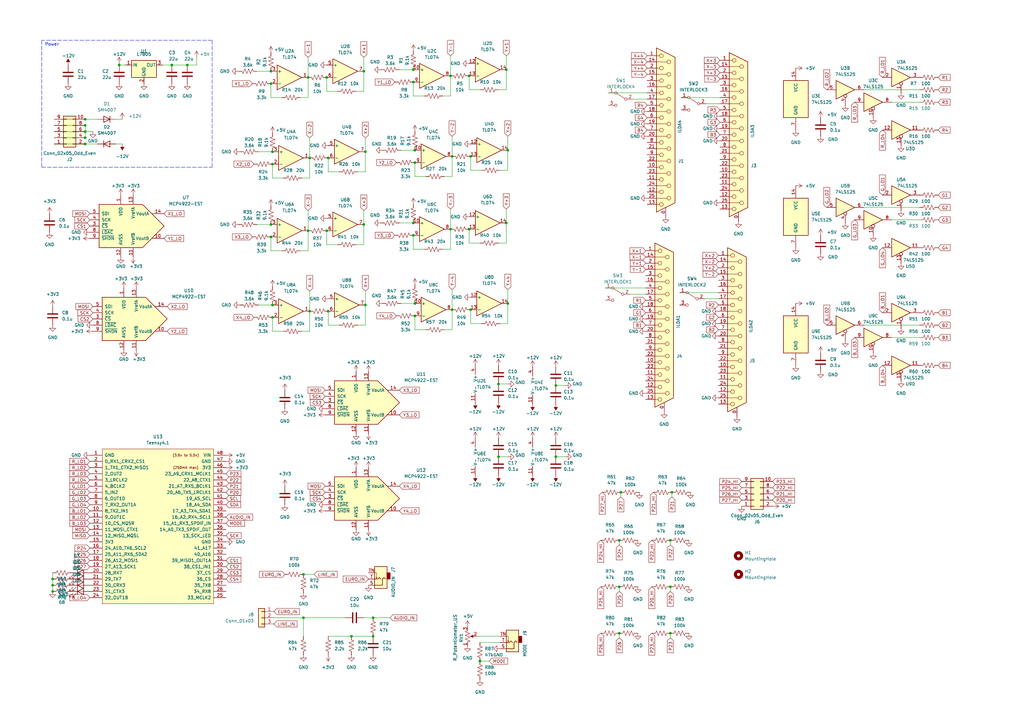
<source format=kicad_sch>
(kicad_sch (version 20211123) (generator eeschema)
  (paper "A3")
  (junction (at 134.62 64.77))
  (junction (at 170.18 124.46))
  (junction (at 149.86 62.23))
  (junction (at 274.955 240.665))
  (junction (at 111.125 92.075))
  (junction (at 111.76 62.23))
  (junction (at 170.18 129.54))
  (junction (at 192.405 93.98))
  (junction (at 207.645 91.44))
  (junction (at 111.125 29.21))
  (junction (at 48.895 26.67))
  (junction (at 149.225 29.21))
  (junction (at 169.545 28.575))
  (junction (at 208.28 61.595))
  (junction (at 207.645 28.575))
  (junction (at 21.59 240.03))
  (junction (at 274.955 259.715))
  (junction (at 169.545 96.52))
  (junction (at 34.925 53.975))
  (junction (at 153.035 260.985))
  (junction (at 76.835 26.67))
  (junction (at 34.925 59.055))
  (junction (at 144.145 260.985))
  (junction (at 34.925 51.435))
  (junction (at 204.47 187.325))
  (junction (at 227.965 158.115))
  (junction (at 153.035 253.365))
  (junction (at 126.365 31.75))
  (junction (at 170.18 61.595))
  (junction (at 185.42 64.135))
  (junction (at 184.785 93.98))
  (junction (at 126.365 94.615))
  (junction (at 21.59 242.57))
  (junction (at 134.62 127.635))
  (junction (at 111.125 34.29))
  (junction (at 208.28 124.46))
  (junction (at 170.18 66.675))
  (junction (at 34.925 56.515))
  (junction (at 254.635 201.93))
  (junction (at 184.785 31.115))
  (junction (at 111.76 130.175))
  (junction (at 196.85 271.145))
  (junction (at 70.485 26.67))
  (junction (at 227.965 187.325))
  (junction (at 111.76 67.31))
  (junction (at 275.59 201.93))
  (junction (at 185.42 127))
  (junction (at 254 221.615))
  (junction (at 133.985 94.615))
  (junction (at 204.47 157.48))
  (junction (at 254 259.715))
  (junction (at 21.59 237.49))
  (junction (at 127 64.77))
  (junction (at 274.955 221.615))
  (junction (at 127 127.635))
  (junction (at 169.545 91.44))
  (junction (at 169.545 33.655))
  (junction (at 111.125 97.155))
  (junction (at 193.04 64.135))
  (junction (at 192.405 31.115))
  (junction (at 254 240.665))
  (junction (at 149.225 92.075))
  (junction (at 124.46 253.365))
  (junction (at 149.86 125.095))
  (junction (at 34.925 48.895))
  (junction (at 111.76 125.095))
  (junction (at 193.04 127))
  (junction (at 133.985 31.75))
  (junction (at 124.46 235.585))
  (wire (pts (xy 365.76 41.91) (xy 377.19 41.91)))
  (wire (pts (xy 207.645 91.44) (xy 207.645 99.695)))
  (wire (pts (xy 184.785 93.98) (xy 184.785 102.235)))
  (wire (pts (xy 207.645 22.86) (xy 207.645 28.575)))
  (wire (pts (xy 170.18 135.255) (xy 170.18 129.54)))
  (wire (pts (xy 185.42 64.135) (xy 185.42 72.39)))
  (wire (pts (xy 149.86 56.515) (xy 149.86 62.23)))
  (wire (pts (xy 126.365 94.615) (xy 126.365 102.87)))
  (wire (pts (xy 34.925 56.515) (xy 34.925 53.975)))
  (wire (pts (xy 169.545 102.235) (xy 169.545 96.52)))
  (wire (pts (xy 289.56 42.545) (xy 295.275 42.545)))
  (wire (pts (xy 21.59 240.03) (xy 21.59 242.57)))
  (wire (pts (xy 208.28 61.595) (xy 208.28 69.85)))
  (wire (pts (xy 208.28 124.46) (xy 208.28 132.715)))
  (wire (pts (xy 21.59 234.95) (xy 21.59 237.49)))
  (wire (pts (xy 153.035 253.365) (xy 160.02 253.365)))
  (wire (pts (xy 134.62 133.35) (xy 134.62 127.635)))
  (wire (pts (xy 195.58 260.985) (xy 205.105 260.985)))
  (wire (pts (xy 22.225 59.055) (xy 34.925 59.055)))
  (wire (pts (xy 184.785 102.235) (xy 181.61 102.235)))
  (wire (pts (xy 127 56.515) (xy 127 64.77)))
  (wire (pts (xy 146.685 70.485) (xy 149.86 70.485)))
  (wire (pts (xy 138.43 100.33) (xy 133.985 100.33)))
  (wire (pts (xy 204.47 99.695) (xy 207.645 99.695)))
  (wire (pts (xy 149.86 125.095) (xy 149.86 133.35)))
  (wire (pts (xy 208.28 187.325) (xy 204.47 187.325)))
  (wire (pts (xy 193.04 69.85) (xy 193.04 64.135)))
  (wire (pts (xy 254 261.62) (xy 254 259.715)))
  (wire (pts (xy 248.285 118.11) (xy 264.795 118.11)))
  (wire (pts (xy 112.395 253.365) (xy 124.46 253.365)))
  (wire (pts (xy 196.85 263.525) (xy 205.105 263.525)))
  (wire (pts (xy 164.465 124.46) (xy 170.18 124.46)))
  (wire (pts (xy 124.46 260.985) (xy 124.46 253.365)))
  (polyline (pts (xy 86.995 16.51) (xy 17.145 16.51)))
  (wire (pts (xy 185.42 127) (xy 185.42 135.255)))
  (wire (pts (xy 22.225 48.895) (xy 34.925 48.895)))
  (wire (pts (xy 146.05 37.465) (xy 149.225 37.465)))
  (wire (pts (xy 208.28 157.48) (xy 204.47 157.48)))
  (wire (pts (xy 127 73.025) (xy 123.825 73.025)))
  (wire (pts (xy 48.895 26.035) (xy 48.895 26.67)))
  (wire (pts (xy 231.775 187.325) (xy 227.965 187.325)))
  (wire (pts (xy 197.485 132.715) (xy 193.04 132.715)))
  (wire (pts (xy 106.045 125.095) (xy 111.76 125.095)))
  (wire (pts (xy 146.05 100.33) (xy 149.225 100.33)))
  (wire (pts (xy 208.28 118.745) (xy 208.28 124.46)))
  (wire (pts (xy 254 223.52) (xy 254 221.615)))
  (wire (pts (xy 106.045 62.23) (xy 111.76 62.23)))
  (wire (pts (xy 163.83 91.44) (xy 169.545 91.44)))
  (wire (pts (xy 80.645 26.67) (xy 76.835 26.67)))
  (wire (pts (xy 134.62 260.985) (xy 144.145 260.985)))
  (wire (pts (xy 184.785 85.725) (xy 184.785 93.98)))
  (wire (pts (xy 134.62 70.485) (xy 134.62 64.77)))
  (wire (pts (xy 196.85 99.695) (xy 192.405 99.695)))
  (wire (pts (xy 111.125 102.87) (xy 111.125 97.155)))
  (wire (pts (xy 205.105 132.715) (xy 208.28 132.715)))
  (wire (pts (xy 149.225 253.365) (xy 153.035 253.365)))
  (wire (pts (xy 278.765 120.015) (xy 294.64 120.015)))
  (wire (pts (xy 208.28 55.88) (xy 208.28 61.595)))
  (wire (pts (xy 80.645 23.495) (xy 80.645 26.67)))
  (polyline (pts (xy 17.145 68.58) (xy 86.995 68.58)))
  (wire (pts (xy 207.645 28.575) (xy 207.645 36.83)))
  (wire (pts (xy 149.225 37.465) (xy 149.225 29.21)))
  (wire (pts (xy 164.465 61.595) (xy 170.18 61.595)))
  (wire (pts (xy 111.125 40.005) (xy 111.125 34.29)))
  (wire (pts (xy 193.04 132.715) (xy 193.04 127)))
  (wire (pts (xy 275.59 203.835) (xy 275.59 201.93)))
  (wire (pts (xy 21.59 237.49) (xy 21.59 240.03)))
  (wire (pts (xy 127 119.38) (xy 127 127.635)))
  (wire (pts (xy 259.715 40.64) (xy 265.43 40.64)))
  (wire (pts (xy 365.76 90.17) (xy 377.19 90.17)))
  (wire (pts (xy 149.225 23.495) (xy 149.225 29.21)))
  (polyline (pts (xy 86.995 68.58) (xy 86.995 16.51)))
  (wire (pts (xy 111.76 73.025) (xy 111.76 67.31)))
  (wire (pts (xy 192.405 36.83) (xy 192.405 31.115)))
  (wire (pts (xy 231.775 158.115) (xy 227.965 158.115)))
  (wire (pts (xy 192.405 99.695) (xy 192.405 93.98)))
  (wire (pts (xy 149.225 86.36) (xy 149.225 92.075)))
  (wire (pts (xy 22.225 53.975) (xy 34.925 53.975)))
  (wire (pts (xy 274.955 242.57) (xy 274.955 240.665)))
  (wire (pts (xy 116.205 73.025) (xy 111.76 73.025)))
  (wire (pts (xy 116.205 135.89) (xy 111.76 135.89)))
  (wire (pts (xy 204.47 36.83) (xy 207.645 36.83)))
  (wire (pts (xy 126.365 23.495) (xy 126.365 31.75)))
  (wire (pts (xy 279.4 40.005) (xy 295.275 40.005)))
  (wire (pts (xy 274.955 223.52) (xy 274.955 221.615)))
  (wire (pts (xy 196.85 271.145) (xy 196.85 270.51)))
  (wire (pts (xy 185.42 55.88) (xy 185.42 64.135)))
  (wire (pts (xy 47.625 48.895) (xy 50.165 48.895)))
  (wire (pts (xy 197.485 69.85) (xy 193.04 69.85)))
  (wire (pts (xy 170.18 72.39) (xy 170.18 66.675)))
  (wire (pts (xy 205.105 69.85) (xy 208.28 69.85)))
  (wire (pts (xy 149.225 92.075) (xy 149.225 100.33)))
  (wire (pts (xy 196.85 271.145) (xy 200.66 271.145)))
  (wire (pts (xy 185.42 135.255) (xy 182.245 135.255)))
  (wire (pts (xy 185.42 72.39) (xy 182.245 72.39)))
  (wire (pts (xy 105.41 92.075) (xy 111.125 92.075)))
  (wire (pts (xy 163.83 28.575) (xy 169.545 28.575)))
  (wire (pts (xy 133.985 100.33) (xy 133.985 94.615)))
  (wire (pts (xy 184.785 22.86) (xy 184.785 31.115)))
  (wire (pts (xy 34.925 53.975) (xy 38.1 53.975)))
  (wire (pts (xy 288.925 122.555) (xy 294.64 122.555)))
  (wire (pts (xy 249.555 38.1) (xy 265.43 38.1)))
  (wire (pts (xy 126.365 102.87) (xy 123.19 102.87)))
  (wire (pts (xy 146.685 133.35) (xy 149.86 133.35)))
  (wire (pts (xy 354.33 85.09) (xy 377.19 85.09)))
  (wire (pts (xy 354.33 133.35) (xy 377.19 133.35)))
  (wire (pts (xy 126.365 40.005) (xy 123.19 40.005)))
  (wire (pts (xy 149.86 62.23) (xy 149.86 70.485)))
  (wire (pts (xy 365.76 138.43) (xy 377.19 138.43)))
  (wire (pts (xy 124.46 253.365) (xy 141.605 253.365)))
  (wire (pts (xy 127 135.89) (xy 123.825 135.89)))
  (wire (pts (xy 22.225 51.435) (xy 34.925 51.435)))
  (wire (pts (xy 149.86 119.38) (xy 149.86 125.095)))
  (wire (pts (xy 133.985 37.465) (xy 133.985 31.75)))
  (wire (pts (xy 126.365 86.36) (xy 126.365 94.615)))
  (wire (pts (xy 254 242.57) (xy 254 240.665)))
  (wire (pts (xy 126.365 31.75) (xy 126.365 40.005)))
  (polyline (pts (xy 17.145 16.51) (xy 17.145 68.58)))
  (wire (pts (xy 34.925 59.055) (xy 40.005 59.055)))
  (wire (pts (xy 105.41 29.21) (xy 111.125 29.21)))
  (wire (pts (xy 115.57 102.87) (xy 111.125 102.87)))
  (wire (pts (xy 34.925 48.895) (xy 40.005 48.895)))
  (wire (pts (xy 185.42 118.745) (xy 185.42 127)))
  (wire (pts (xy 139.065 70.485) (xy 134.62 70.485)))
  (wire (pts (xy 124.46 235.585) (xy 128.905 235.585)))
  (wire (pts (xy 184.785 31.115) (xy 184.785 39.37)))
  (wire (pts (xy 144.145 260.985) (xy 153.035 260.985)))
  (wire (pts (xy 173.99 39.37) (xy 169.545 39.37)))
  (wire (pts (xy 207.645 85.725) (xy 207.645 91.44)))
  (wire (pts (xy 34.925 53.975) (xy 34.925 51.435)))
  (wire (pts (xy 115.57 40.005) (xy 111.125 40.005)))
  (wire (pts (xy 111.76 135.89) (xy 111.76 130.175)))
  (wire (pts (xy 127 64.77) (xy 127 73.025)))
  (wire (pts (xy 139.065 133.35) (xy 134.62 133.35)))
  (wire (pts (xy 196.85 36.83) (xy 192.405 36.83)))
  (wire (pts (xy 184.785 39.37) (xy 181.61 39.37)))
  (wire (pts (xy 127 127.635) (xy 127 135.89)))
  (wire (pts (xy 48.895 26.67) (xy 51.435 26.67)))
  (wire (pts (xy 258.445 120.65) (xy 264.795 120.65)))
  (wire (pts (xy 354.33 36.83) (xy 377.19 36.83)))
  (wire (pts (xy 274.955 261.62) (xy 274.955 259.715)))
  (wire (pts (xy 70.485 26.67) (xy 76.835 26.67)))
  (wire (pts (xy 22.225 56.515) (xy 34.925 56.515)))
  (wire (pts (xy 169.545 39.37) (xy 169.545 33.655)))
  (wire (pts (xy 173.99 102.235) (xy 169.545 102.235)))
  (wire (pts (xy 174.625 72.39) (xy 170.18 72.39)))
  (wire (pts (xy 254.635 203.835) (xy 254.635 201.93)))
  (wire (pts (xy 66.675 26.67) (xy 70.485 26.67)))
  (wire (pts (xy 138.43 37.465) (xy 133.985 37.465)))
  (wire (pts (xy 47.625 59.055) (xy 50.165 59.055)))
  (wire (pts (xy 174.625 135.255) (xy 170.18 135.255)))
  (text "Power" (at 18.415 19.05 0) (effects (font (size 1.27 1.27)) (justify left bottom)))
  (global_label "X-4" (shape input) (at 127 119.38 90) (property "Intersheet References" "${INTERSHEET_REFS}" (effects hide)))
  (global_label "SCL" (shape input) (at 92.71 204.47 0) (property "Intersheet References" "${INTERSHEET_REFS}" (effects hide)))
  (global_label "LINE_IN" (shape input) (at 128.905 235.585 0) (property "Intersheet References" "${INTERSHEET_REFS}" (effects hide)))
  (global_label "P21" (shape input) (at 275.59 203.835 270) (property "Intersheet References" "${INTERSHEET_REFS}" (effects hide)))
  (global_label "R_LO2" (shape input) (at 339.09 36.83 90) (property "Intersheet References" "${INTERSHEET_REFS}" (effects hide)))
  (global_label "Y1_LO" (shape input) (at 161.925 33.655 180) (property "Intersheet References" "${INTERSHEET_REFS}" (effects hide)))
  (global_label "Y+1" (shape input) (at 207.645 22.86 90) (property "Intersheet References" "${INTERSHEET_REFS}" (effects hide)))
  (global_label "G3" (shape input) (at 295.275 50.165 180) (property "Intersheet References" "${INTERSHEET_REFS}" (effects hide)))
  (global_label "B4" (shape input) (at 384.81 149.86 0) (property "Intersheet References" "${INTERSHEET_REFS}" (effects hide)))
  (global_label "X3_LO" (shape input) (at 103.505 97.155 180) (property "Intersheet References" "${INTERSHEET_REFS}" (effects hide)))
  (global_label "SCK" (shape input) (at 92.71 219.71 0) (property "Intersheet References" "${INTERSHEET_REFS}" (effects hide)))
  (global_label "EURO_IN" (shape input) (at 112.395 250.825 0) (property "Intersheet References" "${INTERSHEET_REFS}" (effects hide)))
  (global_label "R_LO4" (shape input) (at 36.83 196.85 180) (property "Intersheet References" "${INTERSHEET_REFS}" (effects hide)))
  (global_label "MOSI" (shape input) (at 133.35 199.39 180) (property "Intersheet References" "${INTERSHEET_REFS}" (effects hide)))
  (global_label "B1" (shape input) (at 384.81 128.27 0) (property "Intersheet References" "${INTERSHEET_REFS}" (effects hide)))
  (global_label "P23_HI" (shape input) (at 267.335 259.715 270) (property "Intersheet References" "${INTERSHEET_REFS}" (effects hide)))
  (global_label "R_LO3" (shape input) (at 36.83 194.31 180) (property "Intersheet References" "${INTERSHEET_REFS}" (effects hide)))
  (global_label "CS4" (shape input) (at 133.35 204.47 180) (property "Intersheet References" "${INTERSHEET_REFS}" (effects hide)))
  (global_label "P26" (shape input) (at 254 261.62 270) (property "Intersheet References" "${INTERSHEET_REFS}" (effects hide)))
  (global_label "X+3" (shape input) (at 295.275 24.765 180) (property "Intersheet References" "${INTERSHEET_REFS}" (effects hide)))
  (global_label "X-2" (shape input) (at 127 56.515 90) (property "Intersheet References" "${INTERSHEET_REFS}" (effects hide)))
  (global_label "SCK" (shape input) (at 133.35 162.56 180) (property "Intersheet References" "${INTERSHEET_REFS}" (effects hide)))
  (global_label "X-1" (shape input) (at 126.365 23.495 90) (property "Intersheet References" "${INTERSHEET_REFS}" (effects hide)))
  (global_label "X2_LO" (shape input) (at 104.14 67.31 180) (property "Intersheet References" "${INTERSHEET_REFS}" (effects hide)))
  (global_label "P25_HI" (shape input) (at 246.38 240.665 270) (property "Intersheet References" "${INTERSHEET_REFS}" (effects hide)))
  (global_label "X+2" (shape input) (at 294.64 104.775 180) (property "Intersheet References" "${INTERSHEET_REFS}" (effects hide)))
  (global_label "Y+4" (shape input) (at 265.43 27.94 180) (property "Intersheet References" "${INTERSHEET_REFS}" (effects hide)))
  (global_label "CS1" (shape input) (at 92.71 229.87 0) (property "Intersheet References" "${INTERSHEET_REFS}" (effects hide)))
  (global_label "P27" (shape input) (at 36.83 232.41 180) (property "Intersheet References" "${INTERSHEET_REFS}" (effects hide)))
  (global_label "X3_LO" (shape input) (at 163.83 160.02 0) (property "Intersheet References" "${INTERSHEET_REFS}" (effects hide)))
  (global_label "Y+3" (shape input) (at 207.645 85.725 90) (property "Intersheet References" "${INTERSHEET_REFS}" (effects hide)))
  (global_label "P21" (shape input) (at 92.71 199.39 0) (property "Intersheet References" "${INTERSHEET_REFS}" (effects hide)))
  (global_label "P23" (shape input) (at 92.71 194.31 0) (property "Intersheet References" "${INTERSHEET_REFS}" (effects hide)))
  (global_label "G_LO2" (shape input) (at 339.09 85.09 90) (property "Intersheet References" "${INTERSHEET_REFS}" (effects hide)))
  (global_label "P25" (shape input) (at 254 242.57 270) (property "Intersheet References" "${INTERSHEET_REFS}" (effects hide)))
  (global_label "R_LO2" (shape input) (at 36.83 191.77 180) (property "Intersheet References" "${INTERSHEET_REFS}" (effects hide)))
  (global_label "P25" (shape input) (at 36.83 227.33 180) (property "Intersheet References" "${INTERSHEET_REFS}" (effects hide)))
  (global_label "B_LO2" (shape input) (at 339.09 133.35 90) (property "Intersheet References" "${INTERSHEET_REFS}" (effects hide)))
  (global_label "X1_LO" (shape input) (at 67.31 87.63 0) (property "Intersheet References" "${INTERSHEET_REFS}" (effects hide)))
  (global_label "CS2" (shape input) (at 38.1 130.81 180) (property "Intersheet References" "${INTERSHEET_REFS}" (effects hide)))
  (global_label "R_LO1" (shape input) (at 361.95 31.75 90) (property "Intersheet References" "${INTERSHEET_REFS}" (effects hide)))
  (global_label "Y-2" (shape input) (at 185.42 55.88 90) (property "Intersheet References" "${INTERSHEET_REFS}" (effects hide)))
  (global_label "SCK" (shape input) (at 133.35 201.93 180) (property "Intersheet References" "${INTERSHEET_REFS}" (effects hide)))
  (global_label "X4_LO" (shape input) (at 104.14 130.175 180) (property "Intersheet References" "${INTERSHEET_REFS}" (effects hide)))
  (global_label "B_LO3" (shape input) (at 350.52 138.43 270) (property "Intersheet References" "${INTERSHEET_REFS}" (effects hide)))
  (global_label "P20_HI" (shape input) (at 267.335 240.665 270) (property "Intersheet References" "${INTERSHEET_REFS}" (effects hide)))
  (global_label "X4_LO" (shape input) (at 163.83 199.39 0) (property "Intersheet References" "${INTERSHEET_REFS}" (effects hide)))
  (global_label "MOSI" (shape input) (at 38.1 125.73 180) (property "Intersheet References" "${INTERSHEET_REFS}" (effects hide)))
  (global_label "B3" (shape input) (at 384.81 138.43 0) (property "Intersheet References" "${INTERSHEET_REFS}" (effects hide)))
  (global_label "P26_HI" (shape input) (at 246.38 259.715 270) (property "Intersheet References" "${INTERSHEET_REFS}" (effects hide)))
  (global_label "SDA" (shape input) (at 92.71 207.01 0) (property "Intersheet References" "${INTERSHEET_REFS}" (effects hide)))
  (global_label "X2_LO" (shape input) (at 68.58 125.73 0) (property "Intersheet References" "${INTERSHEET_REFS}" (effects hide)))
  (global_label "R_LO1" (shape input) (at 36.83 189.23 180) (property "Intersheet References" "${INTERSHEET_REFS}" (effects hide)))
  (global_label "P25_HI" (shape input) (at 304.165 200.025 180) (property "Intersheet References" "${INTERSHEET_REFS}" (effects hide)))
  (global_label "SCK" (shape input) (at 36.83 90.17 180) (property "Intersheet References" "${INTERSHEET_REFS}" (effects hide)))
  (global_label "R2" (shape input) (at 294.64 125.095 180) (property "Intersheet References" "${INTERSHEET_REFS}" (effects hide)))
  (global_label "R1" (shape input) (at 264.795 123.19 180) (property "Intersheet References" "${INTERSHEET_REFS}" (effects hide)))
  (global_label "R2" (shape input) (at 384.81 36.83 0) (property "Intersheet References" "${INTERSHEET_REFS}" (effects hide)))
  (global_label "G_LO1" (shape input) (at 36.83 199.39 180) (property "Intersheet References" "${INTERSHEET_REFS}" (effects hide)))
  (global_label "B1" (shape input) (at 264.795 133.35 180) (property "Intersheet References" "${INTERSHEET_REFS}" (effects hide)))
  (global_label "MOSI" (shape input) (at 133.35 160.02 180) (property "Intersheet References" "${INTERSHEET_REFS}" (effects hide)))
  (global_label "Y1_LO" (shape input) (at 67.31 97.79 0) (property "Intersheet References" "${INTERSHEET_REFS}" (effects hide)))
  (global_label "Y-4" (shape input) (at 265.43 30.48 180) (property "Intersheet References" "${INTERSHEET_REFS}" (effects hide)))
  (global_label "Y4_LO" (shape input) (at 162.56 129.54 180) (property "Intersheet References" "${INTERSHEET_REFS}" (effects hide)))
  (global_label "EURO_IN" (shape input) (at 116.84 235.585 180) (property "Intersheet References" "${INTERSHEET_REFS}" (effects hide)))
  (global_label "G3" (shape input) (at 384.81 90.17 0) (property "Intersheet References" "${INTERSHEET_REFS}" (effects hide)))
  (global_label "B_LO1" (shape input) (at 36.83 209.55 180) (property "Intersheet References" "${INTERSHEET_REFS}" (effects hide)))
  (global_label "G_LO1" (shape input) (at 361.95 80.01 90) (property "Intersheet References" "${INTERSHEET_REFS}" (effects hide)))
  (global_label "X-3" (shape input) (at 295.275 27.305 180) (property "Intersheet References" "${INTERSHEET_REFS}" (effects hide)))
  (global_label "CS4" (shape input) (at 92.71 237.49 0) (property "Intersheet References" "${INTERSHEET_REFS}" (effects hide)))
  (global_label "X-2" (shape input) (at 294.64 107.315 180) (property "Intersheet References" "${INTERSHEET_REFS}" (effects hide)))
  (global_label "X+4" (shape input) (at 265.43 22.86 180) (property "Intersheet References" "${INTERSHEET_REFS}" (effects hide)))
  (global_label "G_LO2" (shape input) (at 36.83 201.93 180) (property "Intersheet References" "${INTERSHEET_REFS}" (effects hide)))
  (global_label "B2" (shape input) (at 384.81 133.35 0) (property "Intersheet References" "${INTERSHEET_REFS}" (effects hide)))
  (global_label "G4" (shape input) (at 384.81 101.6 0) (property "Intersheet References" "${INTERSHEET_REFS}" (effects hide)))
  (global_label "X-4" (shape input) (at 265.43 25.4 180) (property "Intersheet References" "${INTERSHEET_REFS}" (effects hide)))
  (global_label "MODE" (shape input) (at 92.71 214.63 0) (property "Intersheet References" "${INTERSHEET_REFS}" (effects hide)))
  (global_label "Y-3" (shape input) (at 184.785 85.725 90) (property "Intersheet References" "${INTERSHEET_REFS}" (effects hide)))
  (global_label "MOSI" (shape input) (at 36.83 217.17 180) (property "Intersheet References" "${INTERSHEET_REFS}" (effects hide)))
  (global_label "B_LO4" (shape input) (at 36.83 245.11 180) (property "Intersheet References" "${INTERSHEET_REFS}" (effects hide)))
  (global_label "Y-3" (shape input) (at 295.275 32.385 180) (property "Intersheet References" "${INTERSHEET_REFS}" (effects hide)))
  (global_label "X+1" (shape input) (at 264.795 102.87 180) (property "Intersheet References" "${INTERSHEET_REFS}" (effects hide)))
  (global_label "B_LO4" (shape input) (at 361.95 149.86 270) (property "Intersheet References" "${INTERSHEET_REFS}" (effects hide)))
  (global_label "P27_HI" (shape input) (at 247.015 201.93 270) (property "Intersheet References" "${INTERSHEET_REFS}" (effects hide)))
  (global_label "Y2_LO" (shape input) (at 162.56 66.675 180) (property "Intersheet References" "${INTERSHEET_REFS}" (effects hide)))
  (global_label "G4" (shape input) (at 265.43 48.26 180) (property "Intersheet References" "${INTERSHEET_REFS}" (effects hide)))
  (global_label "G2" (shape input) (at 294.64 130.175 180) (property "Intersheet References" "${INTERSHEET_REFS}" (effects hide)))
  (global_label "P21_HI" (shape input) (at 267.97 201.93 270) (property "Intersheet References" "${INTERSHEET_REFS}" (effects hide)))
  (global_label "P21_HI" (shape input) (at 316.865 202.565 0) (property "Intersheet References" "${INTERSHEET_REFS}" (effects hide)))
  (global_label "Y+2" (shape input) (at 208.28 55.88 90) (property "Intersheet References" "${INTERSHEET_REFS}" (effects hide)))
  (global_label "P20" (shape input) (at 92.71 201.93 0) (property "Intersheet References" "${INTERSHEET_REFS}" (effects hide)))
  (global_label "R4" (shape input) (at 265.43 43.18 180) (property "Intersheet References" "${INTERSHEET_REFS}" (effects hide)))
  (global_label "CS2" (shape input) (at 92.71 232.41 0) (property "Intersheet References" "${INTERSHEET_REFS}" (effects hide)))
  (global_label "CS3" (shape input) (at 133.35 165.1 180) (property "Intersheet References" "${INTERSHEET_REFS}" (effects hide)))
  (global_label "P24_HI" (shape input) (at 304.165 197.485 180) (property "Intersheet References" "${INTERSHEET_REFS}" (effects hide)))
  (global_label "G_LO4" (shape input) (at 36.83 207.01 180) (property "Intersheet References" "${INTERSHEET_REFS}" (effects hide)))
  (global_label "LINE_IN" (shape input) (at 112.395 255.905 0) (property "Intersheet References" "${INTERSHEET_REFS}" (effects hide)))
  (global_label "G_LO3" (shape input) (at 36.83 204.47 180) (property "Intersheet References" "${INTERSHEET_REFS}" (effects hide)))
  (global_label "P26_HI" (shape input) (at 304.165 202.565 180) (property "Intersheet References" "${INTERSHEET_REFS}" (effects hide)))
  (global_label "Y+4" (shape input) (at 208.28 118.745 90) (property "Intersheet References" "${INTERSHEET_REFS}" (effects hide)))
  (global_label "X1_LO" (shape input) (at 103.505 34.29 180) (property "Intersheet References" "${INTERSHEET_REFS}" (effects hide)))
  (global_label "Y-1" (shape input) (at 264.795 110.49 180) (property "Intersheet References" "${INTERSHEET_REFS}" (effects hide)))
  (global_label "P20_HI" (shape input) (at 316.865 205.105 0) (property "Intersheet References" "${INTERSHEET_REFS}" (effects hide)))
  (global_label "Y3_LO" (shape input) (at 163.83 170.18 0) (property "Intersheet References" "${INTERSHEET_REFS}" (effects hide)))
  (global_label "R4" (shape input) (at 384.81 53.34 0) (property "Intersheet References" "${INTERSHEET_REFS}" (effects hide)))
  (global_label "G1" (shape input) (at 384.81 80.01 0) (property "Intersheet References" "${INTERSHEET_REFS}" (effects hide)))
  (global_label "R_LO4" (shape input) (at 361.95 53.34 270) (property "Intersheet References" "${INTERSHEET_REFS}" (effects hide)))
  (global_label "X+2" (shape input) (at 149.86 56.515 90) (property "Intersheet References" "${INTERSHEET_REFS}" (effects hide)))
  (global_label "CS1" (shape input) (at 36.83 92.71 180) (property "Intersheet References" "${INTERSHEET_REFS}" (effects hide)))
  (global_label "P24_HI" (shape input) (at 246.38 221.615 270) (property "Intersheet References" "${INTERSHEET_REFS}" (effects hide)))
  (global_label "P20" (shape input) (at 274.955 242.57 270) (property "Intersheet References" "${INTERSHEET_REFS}" (effects hide)))
  (global_label "Y+1" (shape input) (at 264.795 107.95 180) (property "Intersheet References" "${INTERSHEET_REFS}" (effects hide)))
  (global_label "P24" (shape input) (at 36.83 224.79 180) (property "Intersheet References" "${INTERSHEET_REFS}" (effects hide)))
  (global_label "R_LO3" (shape input) (at 350.52 41.91 270) (property "Intersheet References" "${INTERSHEET_REFS}" (effects hide)))
  (global_label "B_LO1" (shape input) (at 361.95 128.27 90) (property "Intersheet References" "${INTERSHEET_REFS}" (effects hide)))
  (global_label "X-1" (shape input) (at 264.795 105.41 180) (property "Intersheet References" "${INTERSHEET_REFS}" (effects hide)))
  (global_label "G_LO3" (shape input) (at 350.52 90.17 270) (property "Intersheet References" "${INTERSHEET_REFS}" (effects hide)))
  (global_label "CS3" (shape input) (at 92.71 234.95 0) (property "Intersheet References" "${INTERSHEET_REFS}" (effects hide)))
  (global_label "EURO_IN" (shape input) (at 151.13 237.49 180) (property "Intersheet References" "${INTERSHEET_REFS}" (effects hide)))
  (global_label "B_LO2" (shape input) (at 36.83 212.09 180) (property "Intersheet References" "${INTERSHEET_REFS}" (effects hide)))
  (global_label "P23" (shape input) (at 274.955 261.62 270) (property "Intersheet References" "${INTERSHEET_REFS}" (effects hide)))
  (global_label "P22_HI" (shape input) (at 316.865 200.025 0) (property "Intersheet References" "${INTERSHEET_REFS}" (effects hide)))
  (global_label "B4" (shape input) (at 265.43 53.34 180) (property "Intersheet References" "${INTERSHEET_REFS}" (effects hide)))
  (global_label "Y3_LO" (shape input) (at 161.925 96.52 180) (property "Intersheet References" "${INTERSHEET_REFS}" (effects hide)))
  (global_label "MOSI" (shape input) (at 36.83 87.63 180) (property "Intersheet References" "${INTERSHEET_REFS}" (effects hide)))
  (global_label "G2" (shape input) (at 384.81 85.09 0) (property "Intersheet References" "${INTERSHEET_REFS}" (effects hide)))
  (global_label "P27_HI" (shape input) (at 304.165 205.105 180) (property "Intersheet References" "${INTERSHEET_REFS}" (effects hide)))
  (global_label "B_LO3" (shape input) (at 36.83 214.63 180) (property "Intersheet References" "${INTERSHEET_REFS}" (effects hide)))
  (global_label "P24" (shape input) (at 254 223.52 270) (property "Intersheet References" "${INTERSHEET_REFS}" (effects hide)))
  (global_label "R3" (shape input) (at 384.81 41.91 0) (property "Intersheet References" "${INTERSHEET_REFS}" (effects hide)))
  (global_label "P22_HI" (shape input) (at 267.335 221.615 270) (property "Intersheet References" "${INTERSHEET_REFS}" (effects hide)))
  (global_label "X+1" (shape input) (at 149.225 23.495 90) (property "Intersheet References" "${INTERSHEET_REFS}" (effects hide)))
  (global_label "P23_HI" (shape input) (at 316.865 197.485 0) (property "Intersheet References" "${INTERSHEET_REFS}" (effects hide)))
  (global_label "X+3" (shape input) (at 149.225 86.36 90) (property "Intersheet References" "${INTERSHEET_REFS}" (effects hide)))
  (global_label "P22" (shape input) (at 274.955 223.52 270) (property "Intersheet References" "${INTERSHEET_REFS}" (effects hide)))
  (global_label "MODE" (shape input) (at 200.66 271.145 0) (property "Intersheet References" "${INTERSHEET_REFS}" (effects hide)))
  (global_label "G_LO4" (shape input) (at 361.95 101.6 270) (property "Intersheet References" "${INTERSHEET_REFS}" (effects hide)))
  (global_label "Y+3" (shape input) (at 295.275 29.845 180) (property "Intersheet References" "${INTERSHEET_REFS}" (effects hide)))
  (global_label "Y+2" (shape input) (at 294.64 109.855 180) (property "Intersheet References" "${INTERSHEET_REFS}" (effects hide)))
  (global_label "X+4" (shape input) (at 149.86 119.38 90) (property "Intersheet References" "${INTERSHEET_REFS}" (effects hide)))
  (global_label "R3" (shape input) (at 295.275 45.085 180) (property "Intersheet References" "${INTERSHEET_REFS}" (effects hide)))
  (global_label "Y-4" (shape input) (at 185.42 118.745 90) (property "Intersheet References" "${INTERSHEET_REFS}" (effects hide)))
  (global_label "Y-1" (shape input) (at 184.785 22.86 90) (property "Intersheet References" "${INTERSHEET_REFS}" (effects hide)))
  (global_label "SCK" (shape input) (at 38.1 128.27 180) (property "Intersheet References" "${INTERSHEET_REFS}" (effects hide)))
  (global_label "Y4_LO" (shape input) (at 163.83 209.55 0) (property "Intersheet References" "${INTERSHEET_REFS}" (effects hide)))
  (global_label "P26" (shape input) (at 36.83 229.87 180) (property "Intersheet References" "${INTERSHEET_REFS}" (effects hide)))
  (global_label "X-3" (shape input) (at 126.365 86.36 90) (property "Intersheet References" "${INTERSHEET_REFS}" (effects hide)))
  (global_label "P22" (shape input) (at 92.71 196.85 0) (property "Intersheet References" "${INTERSHEET_REFS}" (effects hide)))
  (global_label "AUDIO_IN" (shape input) (at 160.02 253.365 0) (property "Intersheet References" "${INTERSHEET_REFS}" (effects hide)))
  (global_label "P27" (shape input) (at 254.635 203.835 270) (property "Intersheet References" "${INTERSHEET_REFS}" (effects hide)))
  (global_label "R1" (shape input) (at 384.81 31.75 0) (property "Intersheet References" "${INTERSHEET_REFS}" (effects hide)))
  (global_label "Y2_LO" (shape input) (at 68.58 135.89 0) (property "Intersheet References" "${INTERSHEET_REFS}" (effects hide)))
  (global_label "AUDIO_IN" (shape input) (at 92.71 212.09 0) (property "Intersheet References" "${INTERSHEET_REFS}" (effects hide)))
  (global_label "G1" (shape input) (at 264.795 128.27 180) (property "Intersheet References" "${INTERSHEET_REFS}" (effects hide)))
  (global_label "Y-2" (shape input) (at 294.64 112.395 180) (property "Intersheet References" "${INTERSHEET_REFS}" (effects hide)))
  (global_label "B3" (shape input) (at 295.275 55.245 180) (property "Intersheet References" "${INTERSHEET_REFS}" (effects hide)))
  (global_label "B2" (shape input) (at 294.64 135.255 180) (property "Intersheet References" "${INTERSHEET_REFS}" (effects hide)))
  (global_label "MISO" (shape input) (at 36.83 219.71 180) (property "Intersheet References" "${INTERSHEET_REFS}" (effects hide)))
  (symbol (lib_id "4ms_Power:GND") (at 49.53 105.41 0) (unit 1)
    (property "Reference" "#PWR061" (effects hide))
    (property "Value" "GND" (at 49.53 109.22 0))
  )
  (symbol (lib_id "power:GND") (at 192.405 88.9 270) (unit 1)
    (property "Reference" "#PWR047" (effects hide))
    (property "Value" "GND" (at 184.785 88.9 90) (effects (justify left)))
  )
  (symbol (lib_id "Device:R_US") (at 130.81 64.77 90) (mirror x) (unit 1)
    (property "Reference" "R22" (at 130.81 67.945 90))
    (property "Value" "10k" (at 130.81 70.485 90))
    (property "Footprint" "Resistor_SMD:R_0603_1608Metric" (effects hide))
  )
  (symbol (lib_id "power:GND") (at 369.57 59.69 0) (unit 1)
    (property "Reference" "#PWR035" (effects hide))
    (property "Value" "GND" (at 369.57 64.77 0))
  )
  (symbol (lib_id "Connector_Generic:Conn_02x05_Odd_Even") (at 309.245 202.565 0) (mirror x) (unit 1)
    (property "Reference" "J6" (at 310.515 213.995 0))
    (property "Value" "Conn_02x05_Odd_Even" (at 310.515 211.455 0))
    (property "Footprint" "Connector_IDC:IDC-Header_2x05_P2.54mm_Vertical" (effects hide))
  )
  (symbol (lib_id "power:-12V") (at 218.44 165.735 180) (unit 1)
    (property "Reference" "#PWR0105" (effects hide))
    (property "Value" "-12V" (at 220.98 169.545 0) (effects (justify left)))
  )
  (symbol (lib_id "Amplifier_Operational:TL074") (at 177.165 31.115 0) (unit 3)
    (property "Reference" "U2" (at 177.165 20.955 0))
    (property "Value" "TL074" (at 177.165 23.495 0))
    (property "Footprint" "Package_SO:SOIC-14_3.9x8.7mm_P1.27mm" (effects hide))
    (property "Datasheet" "http://www.ti.com/lit/ds/symlink/tl071.pdf" (effects hide))
  )
  (symbol (lib_id "power:GND") (at 369.57 156.21 0) (unit 1)
    (property "Reference" "#PWR097" (effects hide))
    (property "Value" "GND" (at 369.57 161.29 0))
  )
  (symbol (lib_id "power:GND") (at 294.64 163.195 270) (unit 1)
    (property "Reference" "#PWR0102" (effects hide))
    (property "Value" "GND" (at 287.655 163.195 90) (effects (justify left)))
  )
  (symbol (lib_id "Device:R_US") (at 153.035 257.175 180) (unit 1)
    (property "Reference" "R79" (at 155.575 255.9049 0) (effects (justify right)))
    (property "Value" "47k" (at 155.575 258.4449 0) (effects (justify right)))
    (property "Footprint" "Resistor_SMD:R_0603_1608Metric" (effects hide))
  )
  (symbol (lib_id "power:GND") (at 294.64 127.635 270) (unit 1)
    (property "Reference" "#PWR075" (effects hide))
    (property "Value" "GND" (at 287.655 127.635 90) (effects (justify left)))
  )
  (symbol (lib_id "Device:R_US") (at 278.765 221.615 270) (unit 1)
    (property "Reference" "R68" (at 278.765 215.9 90))
    (property "Value" "100k" (at 278.765 218.44 90))
    (property "Footprint" "Resistor_SMD:R_0603_1608Metric" (effects hide))
  )
  (symbol (lib_id "power:+3.3V") (at 38.1 135.89 90) (unit 1)
    (property "Reference" "#PWR081" (effects hide))
    (property "Value" "+3.3V" (at 34.29 135.89 90) (effects (justify left)))
  )
  (symbol (lib_id "Device:R_US") (at 200.66 36.83 90) (unit 1)
    (property "Reference" "R10" (at 198.755 33.655 90))
    (property "Value" "10k" (at 203.835 33.655 90))
    (property "Footprint" "Resistor_SMD:R_0603_1608Metric" (effects hide))
  )
  (symbol (lib_id "Device:C") (at 204.47 191.135 0) (unit 1)
    (property "Reference" "C17" (at 208.28 189.8649 0) (effects (justify left)))
    (property "Value" "0.1u" (at 208.28 192.4049 0) (effects (justify left)))
    (property "Footprint" "Capacitor_SMD:C_0603_1608Metric" (effects hide))
  )
  (symbol (lib_id "power:+5V") (at 170.18 116.84 0) (unit 1)
    (property "Reference" "#PWR064" (effects hide))
    (property "Value" "+5V" (at 171.45 115.57 0) (effects (justify left)))
  )
  (symbol (lib_id "Analog_DAC:MCP4922-EST") (at 148.59 165.1 0) (unit 1)
    (property "Reference" "U11" (at 172.72 153.4412 0))
    (property "Value" "MCP4922-EST" (at 172.72 155.9812 0))
    (property "Footprint" "Package_SO:TSSOP-14_4.4x5mm_P0.65mm" (effects hide))
    (property "Datasheet" "http://ww1.microchip.com/downloads/en/devicedoc/21897a.pdf" (effects hide))
  )
  (symbol (lib_id "power:+3.3V") (at 134.62 268.605 180) (unit 1)
    (property "Reference" "#PWR0154" (effects hide))
    (property "Value" "+3.3V" (at 134.62 273.685 0))
  )
  (symbol (lib_id "Device:R_US") (at 102.235 125.095 90) (mirror x) (unit 1)
    (property "Reference" "R48" (at 102.235 120.015 90))
    (property "Value" "3.6k" (at 102.235 122.555 90))
    (property "Footprint" "Resistor_SMD:R_0603_1608Metric" (effects hide))
  )
  (symbol (lib_id "power:+3.3V") (at 54.61 105.41 180) (unit 1)
    (property "Reference" "#PWR062" (effects hide))
    (property "Value" "+3.3V" (at 58.42 109.22 0) (effects (justify left)))
  )
  (symbol (lib_id "Device:C") (at 153.035 264.795 180) (unit 1)
    (property "Reference" "C21" (at 156.845 263.5249 0) (effects (justify right)))
    (property "Value" "10u" (at 156.845 266.0649 0) (effects (justify right)))
    (property "Footprint" "Capacitor_SMD:C_0603_1608Metric" (effects hide))
  )
  (symbol (lib_id "Connector:DB25_Female_MountingHoles") (at 273.05 53.34 0) (unit 1)
    (property "Reference" "J1" (at 278.13 66.04 0) (effects (justify left)))
    (property "Value" "ILDA4" (at 278.765 54.6099 90) (effects (justify left)))
    (property "Footprint" "Connector_Dsub:DSUB-25_Female_Vertical_P2.77x2.84mm_MountingHoles" (effects hide))
    (property "Datasheet" " ~" (effects hide))
  )
  (symbol (lib_id "Device:LED") (at 33.02 237.49 0) (unit 1)
    (property "Reference" "D4" (at 31.4325 230.505 0))
    (property "Value" "LED" (at 31.4325 233.045 0))
    (property "Footprint" "LED_THT:LED_D3.0mm" (effects hide))
  )
  (symbol (lib_id "power:+5V") (at 169.545 83.82 0) (unit 1)
    (property "Reference" "#PWR043" (effects hide))
    (property "Value" "+5V" (at 170.815 82.55 0) (effects (justify left)))
  )
  (symbol (lib_id "Diode:SM4007") (at 43.815 48.895 180) (unit 1)
    (property "Reference" "D1" (at 43.815 42.545 0))
    (property "Value" "SM4007" (at 43.815 45.085 0))
    (property "Footprint" "Diode_SMD:D_SOD-123" (effects hide))
    (property "Datasheet" "http://cdn-reichelt.de/documents/datenblatt/A400/SMD1N400%23DIO.pdf" (effects hide))
  )
  (symbol (lib_id "power:+3.3V") (at 54.61 80.01 0) (unit 1)
    (property "Reference" "#PWR040" (effects hide))
    (property "Value" "+3.3V" (at 52.07 76.2 0) (effects (justify left)))
  )
  (symbol (lib_id "power:GND") (at 27.94 34.29 0) (unit 1)
    (property "Reference" "#PWR011" (effects hide))
    (property "Value" "GND" (at 27.94 39.37 0))
  )
  (symbol (lib_id "power:GND") (at 134.62 122.555 270) (unit 1)
    (property "Reference" "#PWR069" (effects hide))
    (property "Value" "GND" (at 127 122.555 90) (effects (justify left)))
  )
  (symbol (lib_id "power:-12V") (at 227.965 194.945 180) (unit 1)
    (property "Reference" "#PWR0129" (effects hide))
    (property "Value" "-12V" (at 230.505 198.755 0) (effects (justify left)))
  )
  (symbol (lib_id "Connector:AudioJack2_SwitchT") (at 156.21 237.49 180) (unit 1)
    (property "Reference" "J7" (at 161.29 233.68 90))
    (property "Value" "AUDIO_IN" (at 161.29 240.665 90))
    (property "Footprint" "Connector_Audio:Jack_3.5mm_QingPu_WQP-PJ398SM_Vertical_CircularHoles" (effects hide))
  )
  (symbol (lib_id "power:+3.3V") (at 21.59 125.73 0) (unit 1)
    (property "Reference" "#PWR073" (effects hide))
    (property "Value" "+3.3V" (at 21.59 120.65 0))
  )
  (symbol (lib_id "Switch:SW_SPDT") (at 253.365 120.65 0) (mirror y) (unit 1)
    (property "Reference" "SW3" (at 253.365 113.03 0))
    (property "Value" "INTERLOCK1" (at 253.365 115.57 0))
    (property "Footprint" "4MS Switches:Switch_Toggle_SPDT_Mini_SolderLug" (effects hide))
  )
  (symbol (lib_id "Device:R_US") (at 381 31.75 90) (unit 1)
    (property "Reference" "R7" (at 374.65 34.29 90))
    (property "Value" "100" (at 379.73 34.29 90))
    (property "Footprint" "Resistor_SMD:R_0603_1608Metric" (effects hide))
  )
  (symbol (lib_id "power:GND") (at 295.275 52.705 270) (unit 1)
    (property "Reference" "#PWR024" (effects hide))
    (property "Value" "GND" (at 288.29 52.705 90) (effects (justify left)))
  )
  (symbol (lib_id "Device:R_US") (at 381 90.17 90) (unit 1)
    (property "Reference" "R33" (at 374.65 92.71 90))
    (property "Value" "100" (at 379.73 92.71 90))
    (property "Footprint" "Resistor_SMD:R_0603_1608Metric" (effects hide))
  )
  (symbol (lib_id "power:+3.3V") (at 133.35 170.18 90) (unit 1)
    (property "Reference" "#PWR0110" (effects hide))
    (property "Value" "+3.3V" (at 129.54 170.18 90) (effects (justify left)))
  )
  (symbol (lib_id "4ms_Power:GND") (at 50.8 143.51 0) (unit 1)
    (property "Reference" "#PWR085" (effects hide))
    (property "Value" "GND" (at 50.8 147.32 0))
  )
  (symbol (lib_id "power:GND") (at 196.85 278.765 0) (unit 1)
    (property "Reference" "#PWR0157" (effects hide))
    (property "Value" "GND" (at 196.85 283.845 0))
  )
  (symbol (lib_id "Device:R_US") (at 169.545 24.765 0) (mirror x) (unit 1)
    (property "Reference" "R1" (at 164.465 24.765 90))
    (property "Value" "9.1k" (at 167.005 24.765 90))
    (property "Footprint" "Resistor_SMD:R_0603_1608Metric" (effects hide))
  )
  (symbol (lib_id "power:+5V") (at 80.645 23.495 0) (unit 1)
    (property "Reference" "#PWR03" (effects hide))
    (property "Value" "+5V" (at 81.915 22.225 0) (effects (justify left)))
  )
  (symbol (lib_id "power:GND") (at 282.575 221.615 0) (unit 1)
    (property "Reference" "#PWR0141" (effects hide))
    (property "Value" "GND" (at 282.575 226.695 0))
  )
  (symbol (lib_id "power:GND") (at 261.62 221.615 0) (unit 1)
    (property "Reference" "#PWR0140" (effects hide))
    (property "Value" "GND" (at 261.62 226.695 0))
  )
  (symbol (lib_id "Device:R_US") (at 177.8 39.37 90) (unit 1)
    (property "Reference" "R13" (at 175.895 36.195 90))
    (property "Value" "20k" (at 180.975 36.195 90))
    (property "Footprint" "Resistor_SMD:R_0603_1608Metric" (effects hide))
  )
  (symbol (lib_id "Device:R_US") (at 102.235 62.23 90) (mirror x) (unit 1)
    (property "Reference" "R20" (at 102.235 57.15 90))
    (property "Value" "3.6k" (at 102.235 59.69 90))
    (property "Footprint" "Resistor_SMD:R_0603_1608Metric" (effects hide))
  )
  (symbol (lib_id "Device:C") (at 227.965 183.515 0) (unit 1)
    (property "Reference" "C16" (at 231.14 182.2449 0) (effects (justify left)))
    (property "Value" "0.1u" (at 231.14 184.7849 0) (effects (justify left)))
    (property "Footprint" "Capacitor_SMD:C_0603_1608Metric" (effects hide))
  )
  (symbol (lib_id "Mechanical:MountingHole") (at 302.895 235.585 0) (unit 1)
    (property "Reference" "H2" (at 305.435 234.3149 0) (effects (justify left)))
    (property "Value" "MountingHole" (at 305.435 236.8549 0) (effects (justify left)))
    (property "Footprint" "MountingHole:MountingHole_2.2mm_M2" (effects hide))
  )
  (symbol (lib_id "74xx:74LS125") (at 326.39 88.9 0) (unit 5)
    (property "Reference" "U5" (at 332.74 87.6299 0) (effects (justify left)))
    (property "Value" "74LS125" (at 332.74 90.1699 0) (effects (justify left)))
    (property "Footprint" "Package_SO:SOIC-14_3.9x8.7mm_P1.27mm" (effects hide))
    (property "Datasheet" "http://www.ti.com/lit/gpn/sn74LS125" (effects hide))
  )
  (symbol (lib_id "power:GND") (at 97.79 29.21 270) (unit 1)
    (property "Reference" "#PWR010" (effects hide))
    (property "Value" "GND" (at 90.17 29.21 90) (effects (justify left)))
  )
  (symbol (lib_id "Device:R_US") (at 257.81 259.715 270) (unit 1)
    (property "Reference" "R81" (at 257.81 254 90))
    (property "Value" "100k" (at 257.81 256.54 90))
    (property "Footprint" "Resistor_SMD:R_0603_1608Metric" (effects hide))
  )
  (symbol (lib_id "Device:R_US") (at 107.315 34.29 90) (mirror x) (unit 1)
    (property "Reference" "R9" (at 107.315 37.465 90))
    (property "Value" "3.3k" (at 107.315 40.005 90))
    (property "Footprint" "Resistor_SMD:R_0603_1608Metric" (effects hide))
  )
  (symbol (lib_id "Device:R_US") (at 130.81 127.635 90) (mirror x) (unit 1)
    (property "Reference" "R50" (at 130.81 130.81 90))
    (property "Value" "10k" (at 130.81 133.35 90))
    (property "Footprint" "Resistor_SMD:R_0603_1608Metric" (effects hide))
  )
  (symbol (lib_id "power:+5V") (at 111.76 117.475 0) (unit 1)
    (property "Reference" "#PWR065" (effects hide))
    (property "Value" "+5V" (at 113.03 116.205 0) (effects (justify left)))
  )
  (symbol (lib_id "Device:R_US") (at 381 149.86 90) (unit 1)
    (property "Reference" "R60" (at 374.65 152.4 90))
    (property "Value" "100" (at 379.73 152.4 90))
    (property "Footprint" "Resistor_SMD:R_0603_1608Metric" (effects hide))
  )
  (symbol (lib_id "Device:R_US") (at 25.4 242.57 90) (unit 1)
    (property "Reference" "R78" (at 25.4 245.11 90))
    (property "Value" "68" (at 25.4 247.015 90))
    (property "Footprint" "Resistor_SMD:R_0603_1608Metric" (effects hide))
  )
  (symbol (lib_id "power:GND") (at 302.26 170.815 0) (unit 1)
    (property "Reference" "#PWR0111" (effects hide))
    (property "Value" "GND" (at 302.26 175.895 0))
  )
  (symbol (lib_id "power:GND") (at 346.71 43.18 0) (unit 1)
    (property "Reference" "#PWR017" (effects hide))
    (property "Value" "GND" (at 346.71 48.26 0))
  )
  (symbol (lib_id "power:GND") (at 369.57 86.36 0) (unit 1)
    (property "Reference" "#PWR045" (effects hide))
    (property "Value" "GND" (at 369.57 91.44 0))
  )
  (symbol (lib_id "power:+3.3V") (at 151.13 217.17 180) (unit 1)
    (property "Reference" "#PWR0139" (effects hide))
    (property "Value" "+3.3V" (at 154.94 220.98 0) (effects (justify left)))
  )
  (symbol (lib_id "power:-12V") (at 204.47 194.945 180) (unit 1)
    (property "Reference" "#PWR0127" (effects hide))
    (property "Value" "-12V" (at 207.01 198.755 0) (effects (justify left)))
  )
  (symbol (lib_id "Connector:DB25_Female_MountingHoles") (at 272.415 133.35 0) (unit 1)
    (property "Reference" "J4" (at 277.495 146.05 0) (effects (justify left)))
    (property "Value" "ILDA1" (at 278.13 134.6199 90) (effects (justify left)))
    (property "Footprint" "Connector_Dsub:DSUB-25_Female_Vertical_P2.77x2.84mm_MountingHoles" (effects hide))
    (property "Datasheet" " ~" (effects hide))
  )
  (symbol (lib_id "power:+12V") (at 204.47 179.705 0) (unit 1)
    (property "Reference" "#PWR0115" (effects hide))
    (property "Value" "+12V" (at 204.47 175.895 0))
  )
  (symbol (lib_id "Device:C") (at 227.965 154.305 0) (unit 1)
    (property "Reference" "C11" (at 231.14 153.0349 0) (effects (justify left)))
    (property "Value" "0.1u" (at 231.14 155.5749 0) (effects (justify left)))
    (property "Footprint" "Capacitor_SMD:C_0603_1608Metric" (effects hide))
  )
  (symbol (lib_id "Device:R_US") (at 111.76 58.42 0) (mirror x) (unit 1)
    (property "Reference" "R18" (at 106.68 58.42 90))
    (property "Value" "9.1k" (at 109.22 58.42 90))
    (property "Footprint" "Resistor_SMD:R_0603_1608Metric" (effects hide))
  )
  (symbol (lib_id "Device:R_US") (at 257.81 240.665 270) (unit 1)
    (property "Reference" "R75" (at 257.81 234.95 90))
    (property "Value" "100k" (at 257.81 237.49 90))
    (property "Footprint" "Resistor_SMD:R_0603_1608Metric" (effects hide))
  )
  (symbol (lib_id "Device:R_US") (at 120.65 235.585 90) (unit 1)
    (property "Reference" "R70" (at 120.65 229.235 90))
    (property "Value" "100k" (at 120.65 231.775 90))
    (property "Footprint" "Resistor_SMD:R_0603_1608Metric" (effects hide))
  )
  (symbol (lib_id "Device:R_US") (at 250.19 221.615 90) (unit 1)
    (property "Reference" "R65" (at 250.19 215.265 90))
    (property "Value" "47k" (at 250.19 217.805 90))
    (property "Footprint" "Resistor_SMD:R_0603_1608Metric" (effects hide))
  )
  (symbol (lib_id "Switch:SW_SPDT") (at 283.845 122.555 0) (mirror y) (unit 1)
    (property "Reference" "SW4" (at 283.845 114.3 0))
    (property "Value" "INTERLOCK2" (at 283.845 116.84 0))
    (property "Footprint" "4MS Switches:Switch_Toggle_SPDT_Mini_SolderLug" (effects hide))
  )
  (symbol (lib_id "power:+12V") (at 48.895 26.035 0) (unit 1)
    (property "Reference" "#PWR04" (effects hide))
    (property "Value" "+12V" (at 48.895 22.225 0))
  )
  (symbol (lib_id "Amplifier_Operational:TL074") (at 197.485 187.325 0) (unit 5)
    (property "Reference" "U6" (at 195.58 186.0549 0) (effects (justify left)))
    (property "Value" "TL074" (at 195.58 188.5949 0) (effects (justify left)))
    (property "Footprint" "Package_SO:SOIC-14_3.9x8.7mm_P1.27mm" (effects hide))
    (property "Datasheet" "http://www.ti.com/lit/ds/symlink/tl071.pdf" (effects hide))
  )
  (symbol (lib_id "Device:R_US") (at 107.95 130.175 90) (mirror x) (unit 1)
    (property "Reference" "R53" (at 107.95 133.35 90))
    (property "Value" "3.3k" (at 107.95 135.89 90))
    (property "Footprint" "Resistor_SMD:R_0603_1608Metric" (effects hide))
  )
  (symbol (lib_id "Device:R_US") (at 381 53.34 90) (unit 1)
    (property "Reference" "R16" (at 374.65 55.88 90))
    (property "Value" "100" (at 379.73 55.88 90))
    (property "Footprint" "Resistor_SMD:R_0603_1608Metric" (effects hide))
  )
  (symbol (lib_id "power:+5V") (at 326.39 124.46 270) (unit 1)
    (property "Reference" "#PWR071" (effects hide))
    (property "Value" "+5V" (at 330.2 124.4599 90) (effects (justify left)))
  )
  (symbol (lib_id "74xx:74LS125") (at 358.14 138.43 0) (unit 3)
    (property "Reference" "U9" (at 358.14 129.54 0))
    (property "Value" "74LS125" (at 358.14 132.08 0))
    (property "Footprint" "Package_SO:SOIC-14_3.9x8.7mm_P1.27mm" (effects hide))
    (property "Datasheet" "http://www.ti.com/lit/gpn/sn74LS125" (effects hide))
  )
  (symbol (lib_id "power:GND") (at 282.575 259.715 0) (unit 1)
    (property "Reference" "#PWR0150" (effects hide))
    (property "Value" "GND" (at 282.575 264.795 0))
  )
  (symbol (lib_id "power:+3.3V") (at 116.84 199.39 0) (unit 1)
    (property "Reference" "#PWR0130" (effects hide))
    (property "Value" "+3.3V" (at 116.84 194.31 0))
  )
  (symbol (lib_id "Amplifier_Operational:TL074") (at 142.24 125.095 0) (unit 2)
    (property "Reference" "U8" (at 142.24 114.935 0))
    (property "Value" "TL074" (at 142.24 117.475 0))
    (property "Footprint" "Package_SO:SOIC-14_3.9x8.7mm_P1.27mm" (effects hide))
    (property "Datasheet" "http://www.ti.com/lit/ds/symlink/tl071.pdf" (effects hide))
  )
  (symbol (lib_id "Device:R_US") (at 201.295 132.715 90) (unit 1)
    (property "Reference" "R54" (at 199.39 129.54 90))
    (property "Value" "10k" (at 204.47 129.54 90))
    (property "Footprint" "Resistor_SMD:R_0603_1608Metric" (effects hide))
  )
  (symbol (lib_id "power:GND") (at 264.795 161.29 270) (unit 1)
    (property "Reference" "#PWR0101" (effects hide))
    (property "Value" "GND" (at 257.81 161.29 90) (effects (justify left)))
  )
  (symbol (lib_id "Amplifier_Operational:TL074") (at 177.8 64.135 0) (unit 3)
    (property "Reference" "U4" (at 177.8 53.975 0))
    (property "Value" "TL074" (at 177.8 56.515 0))
    (property "Footprint" "Package_SO:SOIC-14_3.9x8.7mm_P1.27mm" (effects hide))
    (property "Datasheet" "http://www.ti.com/lit/ds/symlink/tl071.pdf" (effects hide))
  )
  (symbol (lib_id "power:GND") (at 358.14 96.52 0) (unit 1)
    (property "Reference" "#PWR057" (effects hide))
    (property "Value" "GND" (at 358.14 101.6 0))
  )
  (symbol (lib_id "power:GND") (at 59.055 34.29 0) (unit 1)
    (property "Reference" "#PWR013" (effects hide))
    (property "Value" "GND" (at 59.055 39.37 0))
  )
  (symbol (lib_id "power:GND") (at 295.275 57.785 270) (unit 1)
    (property "Reference" "#PWR031" (effects hide))
    (property "Value" "GND" (at 288.29 57.785 90) (effects (justify left)))
  )
  (symbol (lib_id "power:+5V") (at 92.71 186.69 270) (unit 1)
    (property "Reference" "#PWR0119" (effects hide))
    (property "Value" "+5V" (at 96.52 186.6899 90) (effects (justify left)))
  )
  (symbol (lib_id "power:GND") (at 208.28 187.325 90) (unit 1)
    (property "Reference" "#PWR0120" (effects hide))
    (property "Value" "GND" (at 213.36 186.69 90))
  )
  (symbol (lib_id "Amplifier_Operational:TL074") (at 177.8 127 0) (unit 3)
    (property "Reference" "U8" (at 177.8 116.84 0))
    (property "Value" "TL074" (at 177.8 119.38 0))
    (property "Footprint" "Package_SO:SOIC-14_3.9x8.7mm_P1.27mm" (effects hide))
    (property "Datasheet" "http://www.ti.com/lit/ds/symlink/tl071.pdf" (effects hide))
  )
  (symbol (lib_id "Amplifier_Operational:TL074") (at 119.38 64.77 0) (unit 1)
    (property "Reference" "U4" (at 119.38 53.975 0))
    (property "Value" "TL074" (at 119.38 56.515 0))
    (property "Footprint" "Package_SO:SOIC-14_3.9x8.7mm_P1.27mm" (effects hide))
    (property "Datasheet" "http://www.ti.com/lit/ds/symlink/tl071.pdf" (effects hide))
  )
  (symbol (lib_id "power:GND") (at 134.62 59.69 270) (unit 1)
    (property "Reference" "#PWR034" (effects hide))
    (property "Value" "GND" (at 127 59.69 90) (effects (justify left)))
  )
  (symbol (lib_id "power:GND") (at 98.425 125.095 270) (unit 1)
    (property "Reference" "#PWR072" (effects hide))
    (property "Value" "GND" (at 90.805 125.095 90) (effects (justify left)))
  )
  (symbol (lib_id "power:+5V") (at 111.125 84.455 0) (unit 1)
    (property "Reference" "#PWR044" (effects hide))
    (property "Value" "+5V" (at 112.395 83.185 0) (effects (justify left)))
  )
  (symbol (lib_id "Device:C") (at 227.965 191.135 0) (unit 1)
    (property "Reference" "C18" (at 231.14 189.8649 0) (effects (justify left)))
    (property "Value" "0.1u" (at 231.14 192.4049 0) (effects (justify left)))
    (property "Footprint" "Capacitor_SMD:C_0603_1608Metric" (effects hide))
  )
  (symbol (lib_id "power:GND") (at 124.46 268.605 0) (unit 1)
    (property "Reference" "#PWR0153" (effects hide))
    (property "Value" "GND" (at 124.46 273.685 0))
  )
  (symbol (lib_id "Device:R_US") (at 160.655 61.595 90) (mirror x) (unit 1)
    (property "Reference" "R19" (at 160.655 56.515 90))
    (property "Value" "3.6k" (at 160.655 59.055 90))
    (property "Footprint" "Resistor_SMD:R_0603_1608Metric" (effects hide))
  )
  (symbol (lib_id "power:GND") (at 336.55 55.88 0) (unit 1)
    (property "Reference" "#PWR030" (effects hide))
    (property "Value" "GND" (at 341.63 57.15 0))
  )
  (symbol (lib_id "Device:C") (at 227.965 161.925 0) (unit 1)
    (property "Reference" "C13" (at 231.14 160.6549 0) (effects (justify left)))
    (property "Value" "0.1u" (at 231.14 163.1949 0) (effects (justify left)))
    (property "Footprint" "Capacitor_SMD:C_0603_1608Metric" (effects hide))
  )
  (symbol (lib_id "Device:R_US") (at 111.125 88.265 0) (mirror x) (unit 1)
    (property "Reference" "R32" (at 106.045 88.265 90))
    (property "Value" "9.1k" (at 108.585 88.265 90))
    (property "Footprint" "Resistor_SMD:R_0603_1608Metric" (effects hide))
  )
  (symbol (lib_id "Device:R_US") (at 111.76 121.285 0) (mirror x) (unit 1)
    (property "Reference" "R46" (at 106.68 121.285 90))
    (property "Value" "9.1k" (at 109.22 121.285 90))
    (property "Footprint" "Resistor_SMD:R_0603_1608Metric" (effects hide))
  )
  (symbol (lib_id "power:+3.3V") (at 50.8 118.11 0) (unit 1)
    (property "Reference" "#PWR066" (effects hide))
    (property "Value" "+3.3V" (at 46.99 114.3 0) (effects (justify left)))
  )
  (symbol (lib_id "Device:C") (at 116.84 163.83 180) (unit 1)
    (property "Reference" "C14" (at 120.65 162.5599 0) (effects (justify right)))
    (property "Value" "0.1u" (at 120.65 165.0999 0) (effects (justify right)))
    (property "Footprint" "Capacitor_SMD:C_0603_1608Metric" (effects hide))
  )
  (symbol (lib_id "Analog_DAC:MCP4922-EST") (at 53.34 130.81 0) (unit 1)
    (property "Reference" "U10" (at 77.47 119.1512 0))
    (property "Value" "MCP4922-EST" (at 77.47 121.6912 0))
    (property "Footprint" "Package_SO:TSSOP-14_4.4x5mm_P0.65mm" (effects hide))
    (property "Datasheet" "http://ww1.microchip.com/downloads/en/devicedoc/21897a.pdf" (effects hide))
  )
  (symbol (lib_id "Amplifier_Operational:TL074") (at 200.66 124.46 0) (unit 4)
    (property "Reference" "U8" (at 200.66 113.665 0))
    (property "Value" "TL074" (at 200.66 116.205 0))
    (property "Footprint" "Package_SO:SOIC-14_3.9x8.7mm_P1.27mm" (effects hide))
    (property "Datasheet" "http://www.ti.com/lit/ds/symlink/tl071.pdf" (effects hide))
  )
  (symbol (lib_id "power:+3.3V") (at 116.84 160.02 0) (unit 1)
    (property "Reference" "#PWR0100" (effects hide))
    (property "Value" "+3.3V" (at 116.84 154.94 0))
  )
  (symbol (lib_id "74xx:74LS125") (at 369.57 101.6 0) (unit 4)
    (property "Reference" "U5" (at 373.38 109.22 0))
    (property "Value" "74LS125" (at 374.65 106.68 0))
    (property "Footprint" "Package_SO:SOIC-14_3.9x8.7mm_P1.27mm" (effects hide))
    (property "Datasheet" "http://www.ti.com/lit/gpn/sn74LS125" (effects hide))
  )
  (symbol (lib_id "Device:R_US") (at 178.435 72.39 90) (unit 1)
    (property "Reference" "R27" (at 176.53 69.215 90))
    (property "Value" "20k" (at 181.61 69.215 90))
    (property "Footprint" "Resistor_SMD:R_0603_1608Metric" (effects hide))
  )
  (symbol (lib_id "Device:R_US") (at 381 41.91 90) (unit 1)
    (property "Reference" "R15" (at 374.65 44.45 90))
    (property "Value" "100" (at 379.73 44.45 90))
    (property "Footprint" "Resistor_SMD:R_0603_1608Metric" (effects hide))
  )
  (symbol (lib_id "power:GND") (at 272.415 168.91 0) (unit 1)
    (property "Reference" "#PWR0109" (effects hide))
    (property "Value" "GND" (at 272.415 173.99 0))
  )
  (symbol (lib_id "power:GND") (at 133.985 26.67 270) (unit 1)
    (property "Reference" "#PWR07" (effects hide))
    (property "Value" "GND" (at 126.365 26.67 90) (effects (justify left)))
  )
  (symbol (lib_id "power:GND") (at 358.14 144.78 0) (unit 1)
    (property "Reference" "#PWR088" (effects hide))
    (property "Value" "GND" (at 358.14 149.86 0))
  )
  (symbol (lib_id "power:GND") (at 20.32 95.25 0) (unit 1)
    (property "Reference" "#PWR054" (effects hide))
    (property "Value" "GND" (at 20.32 100.33 0))
  )
  (symbol (lib_id "Device:R_US") (at 196.85 267.335 180) (unit 1)
    (property "Reference" "R87" (at 198.755 266.0649 0) (effects (justify right)))
    (property "Value" "47k" (at 198.755 268.6049 0) (effects (justify right)))
    (property "Footprint" "Resistor_SMD:R_0603_1608Metric" (effects hide))
  )
  (symbol (lib_id "power:GND") (at 205.105 266.065 270) (unit 1)
    (property "Reference" "#PWR0152" (effects hide))
    (property "Value" "GND" (at 206.375 268.605 90) (effects (justify right)))
  )
  (symbol (lib_id "power:GND") (at 124.46 243.205 0) (mirror y) (unit 1)
    (property "Reference" "#PWR0147" (effects hide))
    (property "Value" "GND" (at 124.46 247.65 0))
  )
  (symbol (lib_id "power:-12V") (at 50.165 59.055 180) (unit 1)
    (property "Reference" "#PWR032" (effects hide))
    (property "Value" "-12V" (at 50.165 64.135 0))
  )
  (symbol (lib_id "Device:C") (at 21.59 129.54 180) (unit 1)
    (property "Reference" "C8" (at 25.4 128.2699 0) (effects (justify right)))
    (property "Value" "0.1u" (at 25.4 130.8099 0) (effects (justify right)))
    (property "Footprint" "Capacitor_SMD:C_0603_1608Metric" (effects hide))
  )
  (symbol (lib_id "Device:R_US") (at 201.295 69.85 90) (unit 1)
    (property "Reference" "R25" (at 199.39 66.675 90))
    (property "Value" "10k" (at 204.47 66.675 90))
    (property "Footprint" "Resistor_SMD:R_0603_1608Metric" (effects hide))
  )
  (symbol (lib_id "power:GND") (at 48.895 34.29 0) (unit 1)
    (property "Reference" "#PWR012" (effects hide))
    (property "Value" "GND" (at 48.895 39.37 0))
  )
  (symbol (lib_id "power:GND") (at 369.57 107.95 0) (unit 1)
    (property "Reference" "#PWR063" (effects hide))
    (property "Value" "GND" (at 369.57 113.03 0))
  )
  (symbol (lib_id "Device:R_US") (at 107.315 97.155 90) (mirror x) (unit 1)
    (property "Reference" "R39" (at 107.315 100.33 90))
    (property "Value" "3.3k" (at 107.315 102.87 90))
    (property "Footprint" "Resistor_SMD:R_0603_1608Metric" (effects hide))
  )
  (symbol (lib_id "power:GND") (at 133.985 89.535 270) (unit 1)
    (property "Reference" "#PWR049" (effects hide))
    (property "Value" "GND" (at 126.365 89.535 90) (effects (justify left)))
  )
  (symbol (lib_id "Switch:SW_SPDT") (at 284.48 42.545 0) (mirror y) (unit 1)
    (property "Reference" "SW2" (at 284.48 34.29 0))
    (property "Value" "INTERLOCK3" (at 284.48 36.83 0))
    (property "Footprint" "4MS Switches:Switch_Toggle_SPDT_Mini_SolderLug" (effects hide))
  )
  (symbol (lib_id "Amplifier_Operational:TL074") (at 141.605 29.21 0) (unit 2)
    (property "Reference" "U2" (at 141.605 19.05 0))
    (property "Value" "TL074" (at 141.605 21.59 0))
    (property "Footprint" "Package_SO:SOIC-14_3.9x8.7mm_P1.27mm" (effects hide))
    (property "Datasheet" "http://www.ti.com/lit/ds/symlink/tl071.pdf" (effects hide))
  )
  (symbol (lib_id "power:+3.3V") (at 151.13 177.8 180) (unit 1)
    (property "Reference" "#PWR0113" (effects hide))
    (property "Value" "+3.3V" (at 154.94 181.61 0) (effects (justify left)))
  )
  (symbol (lib_id "Device:R_US") (at 170.18 120.65 0) (mirror x) (unit 1)
    (property "Reference" "R45" (at 165.1 120.65 90))
    (property "Value" "9.1k" (at 167.64 120.65 90))
    (property "Footprint" "Resistor_SMD:R_0603_1608Metric" (effects hide))
  )
  (symbol (lib_id "power:+3.3V") (at 151.13 191.77 0) (unit 1)
    (property "Reference" "#PWR0125" (effects hide))
    (property "Value" "+3.3V" (at 148.59 187.96 0) (effects (justify left)))
  )
  (symbol (lib_id "Device:LED") (at 33.02 234.95 0) (unit 1)
    (property "Reference" "D3" (at 31.4325 227.965 0))
    (property "Value" "LED" (at 31.4325 230.505 0))
    (property "Footprint" "LED_THT:LED_D3.0mm" (effects hide))
  )
  (symbol (lib_id "Device:C") (at 76.835 30.48 0) (unit 1)
    (property "Reference" "C4" (at 75.565 21.59 0) (effects (justify left)))
    (property "Value" "22u" (at 75.565 24.13 0) (effects (justify left)))
    (property "Footprint" "Capacitor_SMD:C_0805_2012Metric" (effects hide))
  )
  (symbol (lib_id "power:GND") (at 264.795 125.73 270) (unit 1)
    (property "Reference" "#PWR074" (effects hide))
    (property "Value" "GND" (at 257.81 125.73 90) (effects (justify left)))
  )
  (symbol (lib_id "power:GND") (at 151.13 240.03 0) (unit 1)
    (property "Reference" "#PWR0143" (effects hide))
    (property "Value" "GND" (at 151.13 245.11 0))
  )
  (symbol (lib_id "power:GND") (at 156.845 124.46 270) (unit 1)
    (property "Reference" "#PWR070" (effects hide))
    (property "Value" "GND" (at 152.4 121.285 90) (effects (justify left)))
  )
  (symbol (lib_id "Connector_Generic:Conn_01x03") (at 107.315 253.365 0) (mirror y) (unit 1)
    (property "Reference" "J8" (at 104.14 252.0949 0) (effects (justify left)))
    (property "Value" "Conn_01x03" (at 104.14 254.6349 0) (effects (justify left)))
    (property "Footprint" "Connector_PinHeader_2.54mm:PinHeader_1x03_P2.54mm_Vertical" (effects hide))
  )
  (symbol (lib_id "Device:R_US") (at 381 85.09 90) (unit 1)
    (property "Reference" "R30" (at 374.65 87.63 90))
    (property "Value" "100" (at 379.73 87.63 90))
    (property "Footprint" "Resistor_SMD:R_0603_1608Metric" (effects hide))
  )
  (symbol (lib_id "Switch:SW_SPDT") (at 254.635 40.64 0) (mirror y) (unit 1)
    (property "Reference" "SW1" (at 254.635 33.02 0))
    (property "Value" "INTERLOCK4" (at 254.635 35.56 0))
    (property "Footprint" "4MS Switches:Switch_Toggle_SPDT_Mini_SolderLug" (effects hide))
  )
  (symbol (lib_id "power:-12V") (at 227.965 165.735 180) (unit 1)
    (property "Reference" "#PWR0106" (effects hide))
    (property "Value" "-12V" (at 230.505 169.545 0) (effects (justify left)))
  )
  (symbol (lib_id "Device:R_US") (at 119.38 102.87 90) (unit 1)
    (property "Reference" "R44" (at 117.475 99.695 90))
    (property "Value" "20k" (at 122.555 99.695 90))
    (property "Footprint" "Resistor_SMD:R_0603_1608Metric" (effects hide))
  )
  (symbol (lib_id "power:GND") (at 262.255 201.93 0) (unit 1)
    (property "Reference" "#PWR0131" (effects hide))
    (property "Value" "GND" (at 262.255 207.01 0))
  )
  (symbol (lib_id "Connector_Generic:Conn_02x05_Odd_Even") (at 27.305 53.975 0) (mirror x) (unit 1)
    (property "Reference" "J2" (at 28.575 65.405 0))
    (property "Value" "Conn_02x05_Odd_Even" (at 28.575 62.865 0))
    (property "Footprint" "Connector_IDC:IDC-Header_2x05_P2.54mm_Vertical" (effects hide))
  )
  (symbol (lib_id "Device:R_US") (at 142.875 133.35 90) (unit 1)
    (property "Reference" "R55" (at 140.97 130.175 90))
    (property "Value" "10k" (at 146.05 130.175 90))
    (property "Footprint" "Resistor_SMD:R_0603_1608Metric" (effects hide))
  )
  (symbol (lib_id "power:+5V") (at 336.55 144.78 0) (unit 1)
    (property "Reference" "#PWR087" (effects hide))
    (property "Value" "+5V" (at 339.09 143.5099 0) (effects (justify left)))
  )
  (symbol (lib_id "power:GND") (at 70.485 34.29 0) (unit 1)
    (property "Reference" "#PWR014" (effects hide))
    (property "Value" "GND" (at 70.485 39.37 0))
  )
  (symbol (lib_id "power:GND") (at 193.04 59.055 270) (unit 1)
    (property "Reference" "#PWR033" (effects hide))
    (property "Value" "GND" (at 185.42 59.055 90) (effects (justify left)))
  )
  (symbol (lib_id "Device:R_US") (at 381 128.27 90) (unit 1)
    (property "Reference" "R51" (at 374.65 130.81 90))
    (property "Value" "100" (at 379.73 130.81 90))
    (property "Footprint" "Resistor_SMD:R_0603_1608Metric" (effects hide))
  )
  (symbol (lib_id "power:+5V") (at 316.865 207.645 270) (unit 1)
    (property "Reference" "#PWR0136" (effects hide))
    (property "Value" "+5V" (at 324.485 207.645 90) (effects (justify right)))
  )
  (symbol (lib_id "Device:R_US") (at 107.95 67.31 90) (mirror x) (unit 1)
    (property "Reference" "R24" (at 107.95 70.485 90))
    (property "Value" "3.3k" (at 107.95 73.025 90))
    (property "Footprint" "Resistor_SMD:R_0603_1608Metric" (effects hide))
  )
  (symbol (lib_id "power:+12V") (at 227.965 150.495 0) (unit 1)
    (property "Reference" "#PWR093" (effects hide))
    (property "Value" "+12V" (at 227.965 146.685 0))
  )
  (symbol (lib_id "Device:R_US") (at 165.735 33.655 90) (mirror x) (unit 1)
    (property "Reference" "R8" (at 165.735 36.83 90))
    (property "Value" "3.3k" (at 165.735 39.37 90))
    (property "Footprint" "Resistor_SMD:R_0603_1608Metric" (effects hide))
  )
  (symbol (lib_id "power:GND") (at 295.275 47.625 270) (unit 1)
    (property "Reference" "#PWR019" (effects hide))
    (property "Value" "GND" (at 288.29 47.625 90) (effects (justify left)))
  )
  (symbol (lib_id "Device:R_US") (at 200.66 99.695 90) (unit 1)
    (property "Reference" "R40" (at 198.755 96.52 90))
    (property "Value" "10k" (at 203.835 96.52 90))
    (property "Footprint" "Resistor_SMD:R_0603_1608Metric" (effects hide))
  )
  (symbol (lib_id "Device:R_US") (at 111.125 25.4 0) (mirror x) (unit 1)
    (property "Reference" "R2" (at 106.045 25.4 90))
    (property "Value" "9.1k" (at 108.585 25.4 90))
    (property "Footprint" "Resistor_SMD:R_0603_1608Metric" (effects hide))
  )
  (symbol (lib_id "power:+5V") (at 111.125 21.59 0) (unit 1)
    (property "Reference" "#PWR02" (effects hide))
    (property "Value" "+5V" (at 112.395 20.32 0) (effects (justify left)))
  )
  (symbol (lib_id "power:+3.3V") (at 92.71 191.77 270) (unit 1)
    (property "Reference" "#PWR0123" (effects hide))
    (property "Value" "+3.3V" (at 96.52 191.7699 90) (effects (justify left)))
  )
  (symbol (lib_id "power:GND") (at 156.21 28.575 270) (unit 1)
    (property "Reference" "#PWR09" (effects hide))
    (property "Value" "GND" (at 151.765 25.4 90) (effects (justify left)))
  )
  (symbol (lib_id "power:GND") (at 264.795 135.89 270) (unit 1)
    (property "Reference" "#PWR082" (effects hide))
    (property "Value" "GND" (at 257.81 135.89 90) (effects (justify left)))
  )
  (symbol (lib_id "Device:R_US") (at 271.145 221.615 90) (unit 1)
    (property "Reference" "R67" (at 271.145 215.265 90))
    (property "Value" "47k" (at 271.145 217.805 90))
    (property "Footprint" "Resistor_SMD:R_0603_1608Metric" (effects hide))
  )
  (symbol (lib_id "Device:R_US") (at 271.145 259.715 90) (unit 1)
    (property "Reference" "R82" (at 271.145 253.365 90))
    (property "Value" "47k" (at 271.145 255.905 90))
    (property "Footprint" "Resistor_SMD:R_0603_1608Metric" (effects hide))
  )
  (symbol (lib_id "power:+12V") (at 194.945 179.705 0) (unit 1)
    (property "Reference" "#PWR0114" (effects hide))
    (property "Value" "+12V" (at 194.945 175.895 0))
  )
  (symbol (lib_id "power:+3.3V") (at 55.88 143.51 180) (unit 1)
    (property "Reference" "#PWR086" (effects hide))
    (property "Value" "+3.3V" (at 59.69 147.32 0) (effects (justify left)))
  )
  (symbol (lib_id "power:GND") (at 36.83 186.69 270) (unit 1)
    (property "Reference" "#PWR0118" (effects hide))
    (property "Value" "GND" (at 29.21 186.69 90) (effects (justify left)))
  )
  (symbol (lib_id "Amplifier_Operational:TL074") (at 141.605 92.075 0) (unit 2)
    (property "Reference" "U6" (at 141.605 81.915 0))
    (property "Value" "TL074" (at 141.605 84.455 0))
    (property "Footprint" "Package_SO:SOIC-14_3.9x8.7mm_P1.27mm" (effects hide))
    (property "Datasheet" "http://www.ti.com/lit/ds/symlink/tl071.pdf" (effects hide))
  )
  (symbol (lib_id "74xx:74LS125") (at 326.39 137.16 0) (unit 5)
    (property "Reference" "U9" (at 332.74 135.8899 0) (effects (justify left)))
    (property "Value" "74LS125" (at 332.74 138.4299 0) (effects (justify left)))
    (property "Footprint" "Package_SO:SOIC-14_3.9x8.7mm_P1.27mm" (effects hide))
    (property "Datasheet" "http://www.ti.com/lit/gpn/sn74LS125" (effects hide))
  )
  (symbol (lib_id "Device:R_US") (at 381 138.43 90) (unit 1)
    (property "Reference" "R59" (at 374.65 140.97 90))
    (property "Value" "100" (at 379.73 140.97 90))
    (property "Footprint" "Resistor_SMD:R_0603_1608Metric" (effects hide))
  )
  (symbol (lib_id "power:GND") (at 358.14 48.26 0) (unit 1)
    (property "Reference" "#PWR021" (effects hide))
    (property "Value" "GND" (at 358.14 53.34 0))
  )
  (symbol (lib_id "power:GND") (at 326.39 53.34 0) (unit 1)
    (property "Reference" "#PWR025" (effects hide))
    (property "Value" "GND" (at 326.39 58.42 0))
  )
  (symbol (lib_id "74xx:74LS125") (at 326.39 40.64 0) (unit 5)
    (property "Reference" "U3" (at 332.74 39.3699 0) (effects (justify left)))
    (property "Value" "74LS125" (at 332.74 41.9099 0) (effects (justify left)))
    (property "Footprint" "Package_SO:SOIC-14_3.9x8.7mm_P1.27mm" (effects hide))
    (property "Datasheet" "http://www.ti.com/lit/gpn/sn74LS125" (effects hide))
  )
  (symbol (lib_id "Device:R_US") (at 165.735 96.52 90) (mirror x) (unit 1)
    (property "Reference" "R38" (at 165.735 99.695 90))
    (property "Value" "3.3k" (at 165.735 102.235 90))
    (property "Footprint" "Resistor_SMD:R_0603_1608Metric" (effects hide))
  )
  (symbol (lib_id "Device:R_US") (at 169.545 87.63 0) (mirror x) (unit 1)
    (property "Reference" "R31" (at 164.465 87.63 90))
    (property "Value" "9.1k" (at 167.005 87.63 90))
    (property "Footprint" "Resistor_SMD:R_0603_1608Metric" (effects hide))
  )
  (symbol (lib_id "Device:R_US") (at 142.875 70.485 90) (unit 1)
    (property "Reference" "R26" (at 140.97 67.31 90))
    (property "Value" "10k" (at 146.05 67.31 90))
    (property "Footprint" "Resistor_SMD:R_0603_1608Metric" (effects hide))
  )
  (symbol (lib_id "power:GND") (at 369.57 38.1 0) (unit 1)
    (property "Reference" "#PWR016" (effects hide))
    (property "Value" "GND" (at 369.57 43.18 0))
  )
  (symbol (lib_id "Device:R_US") (at 278.765 259.715 270) (unit 1)
    (property "Reference" "R83" (at 278.765 254 90))
    (property "Value" "100k" (at 278.765 256.54 90))
    (property "Footprint" "Resistor_SMD:R_0603_1608Metric" (effects hide))
  )
  (symbol (lib_id "power:GND") (at 97.79 92.075 270) (unit 1)
    (property "Reference" "#PWR053" (effects hide))
    (property "Value" "GND" (at 90.17 92.075 90) (effects (justify left)))
  )
  (symbol (lib_id "Device:C") (at 204.47 153.67 0) (unit 1)
    (property "Reference" "C10" (at 208.28 152.3999 0) (effects (justify left)))
    (property "Value" "0.1u" (at 208.28 154.9399 0) (effects (justify left)))
    (property "Footprint" "Capacitor_SMD:C_0603_1608Metric" (effects hide))
  )
  (symbol (lib_id "power:GND") (at 304.165 207.645 0) (unit 1)
    (property "Reference" "#PWR0135" (effects hide))
    (property "Value" "GND" (at 304.165 212.725 0))
  )
  (symbol (lib_id "power:+5V") (at 191.77 257.175 0) (unit 1)
    (property "Reference" "#PWR0148" (effects hide))
    (property "Value" "+5V" (at 189.865 252.73 0) (effects (justify left)))
  )
  (symbol (lib_id "Connector:DB25_Female_MountingHoles") (at 302.895 55.245 0) (unit 1)
    (property "Reference" "J3" (at 307.975 67.945 0) (effects (justify left)))
    (property "Value" "ILDA3" (at 308.61 56.5149 90) (effects (justify left)))
    (property "Footprint" "Connector_Dsub:DSUB-25_Female_Vertical_P2.77x2.84mm_MountingHoles" (effects hide))
    (property "Datasheet" " ~" (effects hide))
  )
  (symbol (lib_id "Device:R_US") (at 160.02 91.44 90) (mirror x) (unit 1)
    (property "Reference" "R34" (at 160.02 86.36 90))
    (property "Value" "3.6k" (at 160.02 88.9 90))
    (property "Footprint" "Resistor_SMD:R_0603_1608Metric" (effects hide))
  )
  (symbol (lib_id "Device:R_US") (at 134.62 264.795 180) (unit 1)
    (property "Reference" "R85" (at 137.16 263.5249 0) (effects (justify right)))
    (property "Value" "2.2k" (at 137.16 266.0649 0) (effects (justify right)))
    (property "Footprint" "Resistor_SMD:R_0603_1608Metric" (effects hide))
  )
  (symbol (lib_id "power:GND") (at 346.71 139.7 0) (unit 1)
    (property "Reference" "#PWR084" (effects hide))
    (property "Value" "GND" (at 346.71 144.78 0))
  )
  (symbol (lib_id "power:GND") (at 273.05 88.9 0) (unit 1)
    (property "Reference" "#PWR048" (effects hide))
    (property "Value" "GND" (at 273.05 93.98 0))
  )
  (symbol (lib_id "power:GND") (at 116.84 207.01 0) (unit 1)
    (property "Reference" "#PWR0133" (effects hide))
    (property "Value" "GND" (at 116.84 212.09 0))
  )
  (symbol (lib_id "Amplifier_Operational:TL074") (at 118.745 31.75 0) (unit 1)
    (property "Reference" "U2" (at 118.745 20.955 0))
    (property "Value" "TL074" (at 118.745 23.495 0))
    (property "Footprint" "Package_SO:SOIC-14_3.9x8.7mm_P1.27mm" (effects hide))
    (property "Datasheet" "http://www.ti.com/lit/ds/symlink/tl071.pdf" (effects hide))
  )
  (symbol (lib_id "Device:C") (at 336.55 148.59 0) (unit 1)
    (property "Reference" "C9" (at 340.36 147.3199 0) (effects (justify left)))
    (property "Value" "0.1u" (at 340.36 149.8599 0) (effects (justify left)))
    (property "Footprint" "Capacitor_SMD:C_0603_1608Metric" (effects hide))
  )
  (symbol (lib_id "power:+3.3V") (at 146.05 191.77 0) (unit 1)
    (property "Reference" "#PWR0124" (effects hide))
    (property "Value" "+3.3V" (at 142.24 187.96 0) (effects (justify left)))
  )
  (symbol (lib_id "Device:R_US") (at 170.18 57.785 0) (mirror x) (unit 1)
    (property "Reference" "R17" (at 165.1 57.785 90))
    (property "Value" "9.1k" (at 167.64 57.785 90))
    (property "Footprint" "Resistor_SMD:R_0603_1608Metric" (effects hide))
  )
  (symbol (lib_id "Device:C") (at 70.485 30.48 0) (unit 1)
    (property "Reference" "C3" (at 69.215 21.59 0) (effects (justify left)))
    (property "Value" "22u" (at 69.215 24.13 0) (effects (justify left)))
    (property "Footprint" "Capacitor_SMD:C_0805_2012Metric" (effects hide))
  )
  (symbol (lib_id "Amplifier_Operational:TL074") (at 118.745 94.615 0) (unit 1)
    (property "Reference" "U6" (at 118.745 83.82 0))
    (property "Value" "TL074" (at 118.745 86.36 0))
    (property "Footprint" "Package_SO:SOIC-14_3.9x8.7mm_P1.27mm" (effects hide))
    (property "Datasheet" "http://www.ti.com/lit/ds/symlink/tl071.pdf" (effects hide))
  )
  (symbol (lib_id "power:+3.3V") (at 146.05 152.4 0) (unit 1)
    (property "Reference" "#PWR094" (effects hide))
    (property "Value" "+3.3V" (at 142.24 148.59 0) (effects (justify left)))
  )
  (symbol (lib_id "power:+3.3V") (at 55.88 118.11 0) (unit 1)
    (property "Reference" "#PWR067" (effects hide))
    (property "Value" "+3.3V" (at 53.34 114.3 0) (effects (justify left)))
  )
  (symbol (lib_id "Amplifier_Operational:TL074") (at 142.24 62.23 0) (unit 2)
    (property "Reference" "U4" (at 142.24 52.07 0))
    (property "Value" "TL074" (at 142.24 54.61 0))
    (property "Footprint" "Package_SO:SOIC-14_3.9x8.7mm_P1.27mm" (effects hide))
    (property "Datasheet" "http://www.ti.com/lit/ds/symlink/tl071.pdf" (effects hide))
  )
  (symbol (lib_id "power:+12V") (at 218.44 150.495 0) (unit 1)
    (property "Reference" "#PWR092" (effects hide))
    (property "Value" "+12V" (at 218.44 146.685 0))
  )
  (symbol (lib_id "Device:R_US") (at 381 36.83 90) (unit 1)
    (property "Reference" "R11" (at 374.65 39.37 90))
    (property "Value" "100" (at 379.73 39.37 90))
    (property "Footprint" "Resistor_SMD:R_0603_1608Metric" (effects hide))
  )
  (symbol (lib_id "4ms_Power:GND") (at 146.05 217.17 0) (unit 1)
    (property "Reference" "#PWR0138" (effects hide))
    (property "Value" "GND" (at 146.05 220.98 0))
  )
  (symbol (lib_id "power:GND") (at 294.64 132.715 270) (unit 1)
    (property "Reference" "#PWR077" (effects hide))
    (property "Value" "GND" (at 287.655 132.715 90) (effects (justify left)))
  )
  (symbol (lib_id "power:+5V") (at 336.55 48.26 0) (unit 1)
    (property "Reference" "#PWR020" (effects hide))
    (property "Value" "+5V" (at 339.09 46.9899 0) (effects (justify left)))
  )
  (symbol (lib_id "power:GND") (at 282.575 240.665 0) (unit 1)
    (property "Reference" "#PWR0145" (effects hide))
    (property "Value" "GND" (at 282.575 245.745 0))
  )
  (symbol (lib_id "power:GND") (at 346.71 91.44 0) (unit 1)
    (property "Reference" "#PWR052" (effects hide))
    (property "Value" "GND" (at 346.71 96.52 0))
  )
  (symbol (lib_id "power:GND") (at 21.59 242.57 0) (unit 1)
    (property "Reference" "#PWR0146" (effects hide))
    (property "Value" "GND" (at 24.13 243.8399 0) (effects (justify left)))
  )
  (symbol (lib_id "Amplifier_Operational:TL074") (at 220.98 158.115 0) (unit 5)
    (property "Reference" "U4" (at 219.075 156.8449 0) (effects (justify left)))
    (property "Value" "TL074" (at 219.075 159.3849 0) (effects (justify left)))
    (property "Footprint" "Package_SO:SOIC-14_3.9x8.7mm_P1.27mm" (effects hide))
    (property "Datasheet" "http://www.ti.com/lit/ds/symlink/tl071.pdf" (effects hide))
  )
  (symbol (lib_id "power:GND") (at 153.035 268.605 0) (unit 1)
    (property "Reference" "#PWR0156" (effects hide))
    (property "Value" "GND" (at 153.035 273.685 0))
  )
  (symbol (lib_id "Device:R_US") (at 188.595 93.98 90) (mirror x) (unit 1)
    (property "Reference" "R36" (at 188.595 97.155 90))
    (property "Value" "10k" (at 188.595 99.695 90))
    (property "Footprint" "Resistor_SMD:R_0603_1608Metric" (effects hide))
  )
  (symbol (lib_id "power:+3.3V") (at 133.35 209.55 90) (unit 1)
    (property "Reference" "#PWR0137" (effects hide))
    (property "Value" "+3.3V" (at 129.54 209.55 90) (effects (justify left)))
  )
  (symbol (lib_id "Device:R_US") (at 124.46 239.395 180) (unit 1)
    (property "Reference" "R72" (at 127 238.1249 0) (effects (justify right)))
    (property "Value" "47k" (at 127 240.6649 0) (effects (justify right)))
    (property "Footprint" "Resistor_SMD:R_0603_1608Metric" (effects hide))
  )
  (symbol (lib_id "power:GND") (at 336.55 104.14 0) (unit 1)
    (property "Reference" "#PWR060" (effects hide))
    (property "Value" "GND" (at 341.63 105.41 0))
  )
  (symbol (lib_id "Device:R_US") (at 279.4 201.93 270) (unit 1)
    (property "Reference" "R64" (at 279.4 196.215 90))
    (property "Value" "100k" (at 279.4 198.755 90))
    (property "Footprint" "Resistor_SMD:R_0603_1608Metric" (effects hide))
  )
  (symbol (lib_id "power:+12V") (at 194.945 149.86 0) (unit 1)
    (property "Reference" "#PWR089" (effects hide))
    (property "Value" "+12V" (at 194.945 146.05 0))
  )
  (symbol (lib_id "Device:R_US") (at 119.38 40.005 90) (unit 1)
    (property "Reference" "R14" (at 117.475 36.83 90))
    (property "Value" "20k" (at 122.555 36.83 90))
    (property "Footprint" "Resistor_SMD:R_0603_1608Metric" (effects hide))
  )
  (symbol (lib_id "power:GND") (at 98.425 62.23 270) (unit 1)
    (property "Reference" "#PWR037" (effects hide))
    (property "Value" "GND" (at 90.805 62.23 90) (effects (justify left)))
  )
  (symbol (lib_id "Device:LED") (at 33.02 242.57 0) (unit 1)
    (property "Reference" "D6" (at 31.4325 235.585 0))
    (property "Value" "LED" (at 31.4325 238.125 0))
    (property "Footprint" "LED_THT:LED_D3.0mm" (effects hide))
  )
  (symbol (lib_id "power:GND") (at 326.39 149.86 0) (unit 1)
    (property "Reference" "#PWR091" (effects hide))
    (property "Value" "GND" (at 326.39 154.94 0))
  )
  (symbol (lib_id "power:GND") (at 265.43 45.72 270) (unit 1)
    (property "Reference" "#PWR018" (effects hide))
    (property "Value" "GND" (at 258.445 45.72 90) (effects (justify left)))
  )
  (symbol (lib_id "Amplifier_Operational:TL074") (at 220.98 187.325 0) (unit 5)
    (property "Reference" "U8" (at 219.075 186.0549 0) (effects (justify left)))
    (property "Value" "TL074" (at 219.075 188.5949 0) (effects (justify left)))
    (property "Footprint" "Package_SO:SOIC-14_3.9x8.7mm_P1.27mm" (effects hide))
    (property "Datasheet" "http://www.ti.com/lit/ds/symlink/tl071.pdf" (effects hide))
  )
  (symbol (lib_id "power:+12V") (at 204.47 149.86 0) (unit 1)
    (property "Reference" "#PWR090" (effects hide))
    (property "Value" "+12V" (at 204.47 146.05 0))
  )
  (symbol (lib_id "Amplifier_Operational:TL074") (at 200.025 28.575 0) (unit 4)
    (property "Reference" "U2" (at 200.025 17.78 0))
    (property "Value" "TL074" (at 200.025 20.32 0))
    (property "Footprint" "Package_SO:SOIC-14_3.9x8.7mm_P1.27mm" (effects hide))
    (property "Datasheet" "http://www.ti.com/lit/ds/symlink/tl071.pdf" (effects hide))
  )
  (symbol (lib_id "power:GND") (at 191.77 264.795 0) (unit 1)
    (property "Reference" "#PWR0151" (effects hide))
    (property "Value" "GND" (at 191.77 269.875 0))
  )
  (symbol (lib_id "Device:R_US") (at 25.4 240.03 90) (unit 1)
    (property "Reference" "R73" (at 25.4 242.57 90))
    (property "Value" "68" (at 25.4 244.475 90))
    (property "Footprint" "Resistor_SMD:R_0603_1608Metric" (effects hide))
  )
  (symbol (lib_id "Device:R_US") (at 250.19 259.715 90) (unit 1)
    (property "Reference" "R80" (at 250.19 253.365 90))
    (property "Value" "47k" (at 250.19 255.905 90))
    (property "Footprint" "Resistor_SMD:R_0603_1608Metric" (effects hide))
  )
  (symbol (lib_id "74xx:74LS125") (at 358.14 90.17 0) (unit 3)
    (property "Reference" "U5" (at 358.14 81.28 0))
    (property "Value" "74LS125" (at 358.14 83.82 0))
    (property "Footprint" "Package_SO:SOIC-14_3.9x8.7mm_P1.27mm" (effects hide))
    (property "Datasheet" "http://www.ti.com/lit/gpn/sn74LS125" (effects hide))
  )
  (symbol (lib_id "power:GND") (at 295.275 83.185 270) (unit 1)
    (property "Reference" "#PWR042" (effects hide))
    (property "Value" "GND" (at 288.29 83.185 90) (effects (justify left)))
  )
  (symbol (lib_id "Amplifier_Operational:TL074") (at 197.485 157.48 0) (unit 5)
    (property "Reference" "U2" (at 195.58 156.2099 0) (effects (justify left)))
    (property "Value" "TL074" (at 195.58 158.7499 0) (effects (justify left)))
    (property "Footprint" "Package_SO:SOIC-14_3.9x8.7mm_P1.27mm" (effects hide))
    (property "Datasheet" "http://www.ti.com/lit/ds/symlink/tl071.pdf" (effects hide))
  )
  (symbol (lib_id "Device:C") (at 336.55 52.07 0) (unit 1)
    (property "Reference" "C5" (at 340.36 50.7999 0) (effects (justify left)))
    (property "Value" "0.1u" (at 340.36 53.3399 0) (effects (justify left)))
    (property "Footprint" "Capacitor_SMD:C_0603_1608Metric" (effects hide))
  )
  (symbol (lib_id "power:+5V") (at 326.39 27.94 270) (unit 1)
    (property "Reference" "#PWR08" (effects hide))
    (property "Value" "+5V" (at 330.2 27.9399 90) (effects (justify left)))
  )
  (symbol (lib_id "power:+5V") (at 170.18 53.975 0) (unit 1)
    (property "Reference" "#PWR027" (effects hide))
    (property "Value" "+5V" (at 171.45 52.705 0) (effects (justify left)))
  )
  (symbol (lib_id "power:GND") (at 369.57 134.62 0) (unit 1)
    (property "Reference" "#PWR080" (effects hide))
    (property "Value" "GND" (at 369.57 139.7 0))
  )
  (symbol (lib_id "power:+3.3V") (at 49.53 80.01 0) (unit 1)
    (property "Reference" "#PWR039" (effects hide))
    (property "Value" "+3.3V" (at 45.72 76.2 0) (effects (justify left)))
  )
  (symbol (lib_id "Device:C") (at 145.415 253.365 90) (unit 1)
    (property "Reference" "C20" (at 145.415 245.745 90))
    (property "Value" "10u" (at 145.415 248.285 90))
    (property "Footprint" "Capacitor_SMD:C_0603_1608Metric" (effects hide))
  )
  (symbol (lib_id "Device:R_US") (at 144.145 264.795 180) (unit 1)
    (property "Reference" "R86" (at 146.685 263.5249 0) (effects (justify right)))
    (property "Value" "2.2k" (at 146.685 266.0649 0) (effects (justify right)))
    (property "Footprint" "Resistor_SMD:R_0603_1608Metric" (effects hide))
  )
  (symbol (lib_id "Device:C") (at 336.55 100.33 0) (unit 1)
    (property "Reference" "C7" (at 340.36 99.0599 0) (effects (justify left)))
    (property "Value" "0.1u" (at 340.36 101.5999 0) (effects (justify left)))
    (property "Footprint" "Capacitor_SMD:C_0603_1608Metric" (effects hide))
  )
  (symbol (lib_id "Device:R_US") (at 381 101.6 90) (unit 1)
    (property "Reference" "R42" (at 374.65 104.14 90))
    (property "Value" "100" (at 379.73 104.14 90))
    (property "Footprint" "Resistor_SMD:R_0603_1608Metric" (effects hide))
  )
  (symbol (lib_id "74xx:74LS125") (at 369.57 128.27 0) (unit 1)
    (property "Reference" "U9" (at 369.57 121.92 0))
    (property "Value" "74LS125" (at 372.11 124.46 0))
    (property "Footprint" "Package_SO:SOIC-14_3.9x8.7mm_P1.27mm" (effects hide))
    (property "Datasheet" "http://www.ti.com/lit/gpn/sn74LS125" (effects hide))
  )
  (symbol (lib_id "power:+12V") (at 50.165 48.895 0) (mirror y) (unit 1)
    (property "Reference" "#PWR022" (effects hide))
    (property "Value" "+12V" (at 52.705 47.6251 0) (effects (justify right)))
  )
  (symbol (lib_id "Device:R_US") (at 196.85 274.955 0) (unit 1)
    (property "Reference" "R88" (at 198.755 273.6849 0) (effects (justify left)))
    (property "Value" "100k" (at 198.755 276.2249 0) (effects (justify left)))
    (property "Footprint" "Resistor_SMD:R_0603_1608Metric" (effects hide))
  )
  (symbol (lib_id "Teensy:Teensy4.1") (at 64.77 241.3 0) (unit 1)
    (property "Reference" "U13" (at 64.77 179.07 0))
    (property "Value" "Teensy4.1" (at 64.77 181.61 0))
    (property "Footprint" "Alex Custom:Teensy41" (effects hide))
  )
  (symbol (lib_id "74xx:74LS125") (at 369.57 31.75 0) (unit 1)
    (property "Reference" "U3" (at 369.57 25.4 0))
    (property "Value" "74LS125" (at 372.11 27.94 0))
    (property "Footprint" "Package_SO:SOIC-14_3.9x8.7mm_P1.27mm" (effects hide))
    (property "Datasheet" "http://www.ti.com/lit/gpn/sn74LS125" (effects hide))
  )
  (symbol (lib_id "power:GND") (at 231.775 158.115 90) (unit 1)
    (property "Reference" "#PWR099" (effects hide))
    (property "Value" "GND" (at 236.855 157.48 90))
  )
  (symbol (lib_id "power:+12V") (at 218.44 179.705 0) (unit 1)
    (property "Reference" "#PWR0116" (effects hide))
    (property "Value" "+12V" (at 218.44 175.895 0))
  )
  (symbol (lib_id "power:+5V") (at 326.39 76.2 270) (unit 1)
    (property "Reference" "#PWR038" (effects hide))
    (property "Value" "+5V" (at 330.2 76.1999 90) (effects (justify left)))
  )
  (symbol (lib_id "74xx:74LS125") (at 346.71 133.35 0) (unit 2)
    (property "Reference" "U9" (at 346.71 124.46 0))
    (property "Value" "74LS125" (at 346.71 127 0))
    (property "Footprint" "Package_SO:SOIC-14_3.9x8.7mm_P1.27mm" (effects hide))
    (property "Datasheet" "http://www.ti.com/lit/gpn/sn74LS125" (effects hide))
  )
  (symbol (lib_id "power:GND") (at 76.835 34.29 0) (unit 1)
    (property "Reference" "#PWR015" (effects hide))
    (property "Value" "GND" (at 76.835 39.37 0))
  )
  (symbol (lib_id "74xx:74LS125") (at 369.57 80.01 0) (unit 1)
    (property "Reference" "U5" (at 369.57 73.66 0))
    (property "Value" "74LS125" (at 372.11 76.2 0))
    (property "Footprint" "Package_SO:SOIC-14_3.9x8.7mm_P1.27mm" (effects hide))
    (property "Datasheet" "http://www.ti.com/lit/gpn/sn74LS125" (effects hide))
  )
  (symbol (lib_id "power:GND") (at 92.71 222.25 90) (unit 1)
    (property "Reference" "#PWR0142" (effects hide))
    (property "Value" "GND" (at 96.52 222.2499 90) (effects (justify right)))
  )
  (symbol (lib_id "power:GND") (at 302.895 90.805 0) (unit 1)
    (property "Reference" "#PWR050" (effects hide))
    (property "Value" "GND" (at 302.895 95.885 0))
  )
  (symbol (lib_id "Mechanical:MountingHole") (at 302.895 227.965 0) (unit 1)
    (property "Reference" "H1" (at 305.435 226.6949 0) (effects (justify left)))
    (property "Value" "MountingHole" (at 305.435 229.2349 0) (effects (justify left)))
    (property "Footprint" "MountingHole:MountingHole_2.2mm_M2" (effects hide))
  )
  (symbol (lib_id "power:GND") (at 264.795 130.81 270) (unit 1)
    (property "Reference" "#PWR076" (effects hide))
    (property "Value" "GND" (at 257.81 130.81 90) (effects (justify left)))
  )
  (symbol (lib_id "power:GND") (at 326.39 101.6 0) (unit 1)
    (property "Reference" "#PWR059" (effects hide))
    (property "Value" "GND" (at 326.39 106.68 0))
  )
  (symbol (lib_id "power:GND") (at 261.62 240.665 0) (unit 1)
    (property "Reference" "#PWR0144" (effects hide))
    (property "Value" "GND" (at 261.62 245.745 0))
  )
  (symbol (lib_id "power:-12V") (at 27.94 26.67 0) (unit 1)
    (property "Reference" "#PWR06" (effects hide))
    (property "Value" "-12V" (at 25.4 22.86 0) (effects (justify left)))
  )
  (symbol (lib_id "power:+5V") (at 336.55 96.52 0) (unit 1)
    (property "Reference" "#PWR056" (effects hide))
    (property "Value" "+5V" (at 339.09 95.2499 0) (effects (justify left)))
  )
  (symbol (lib_id "Device:R_US") (at 120.015 73.025 90) (unit 1)
    (property "Reference" "R28" (at 118.11 69.85 90))
    (property "Value" "20k" (at 123.19 69.85 90))
    (property "Footprint" "Resistor_SMD:R_0603_1608Metric" (effects hide))
  )
  (symbol (lib_id "power:GND") (at 283.21 201.93 0) (unit 1)
    (property "Reference" "#PWR0132" (effects hide))
    (property "Value" "GND" (at 283.21 207.01 0))
  )
  (symbol (lib_id "power:+5V") (at 111.76 54.61 0) (unit 1)
    (property "Reference" "#PWR028" (effects hide))
    (property "Value" "+5V" (at 113.03 53.34 0) (effects (justify left)))
  )
  (symbol (lib_id "power:+3.3V") (at 151.13 152.4 0) (unit 1)
    (property "Reference" "#PWR095" (effects hide))
    (property "Value" "+3.3V" (at 148.59 148.59 0) (effects (justify left)))
  )
  (symbol (lib_id "power:GND") (at 156.21 91.44 270) (unit 1)
    (property "Reference" "#PWR051" (effects hide))
    (property "Value" "GND" (at 151.765 88.265 90) (effects (justify left)))
  )
  (symbol (lib_id "Device:C") (at 48.895 30.48 0) (unit 1)
    (property "Reference" "C2" (at 41.91 29.21 0) (effects (justify left)))
    (property "Value" "22u" (at 41.91 31.75 0) (effects (justify left)))
    (property "Footprint" "Capacitor_SMD:C_0805_2012Metric" (effects hide))
  )
  (symbol (lib_id "Device:R_US") (at 271.145 240.665 90) (unit 1)
    (property "Reference" "R76" (at 271.145 234.315 90))
    (property "Value" "47k" (at 271.145 236.855 90))
    (property "Footprint" "Resistor_SMD:R_0603_1608Metric" (effects hide))
  )
  (symbol (lib_id "power:GND") (at 208.28 157.48 90) (unit 1)
    (property "Reference" "#PWR098" (effects hide))
    (property "Value" "GND" (at 213.36 156.845 90))
  )
  (symbol (lib_id "Device:R_US") (at 25.4 237.49 90) (unit 1)
    (property "Reference" "R71" (at 25.4 240.03 90))
    (property "Value" "68" (at 25.4 241.935 90))
    (property "Footprint" "Resistor_SMD:R_0603_1608Metric" (effects hide))
  )
  (symbol (lib_id "power:+3.3V") (at 20.32 87.63 0) (unit 1)
    (property "Reference" "#PWR046" (effects hide))
    (property "Value" "+3.3V" (at 20.32 82.55 0))
  )
  (symbol (lib_id "Device:C") (at 204.47 161.29 0) (unit 1)
    (property "Reference" "C12" (at 208.28 160.0199 0) (effects (justify left)))
    (property "Value" "0.1u" (at 208.28 162.5599 0) (effects (justify left)))
    (property "Footprint" "Capacitor_SMD:C_0603_1608Metric" (effects hide))
  )
  (symbol (lib_id "Regulator_Linear:L7805") (at 59.055 26.67 0) (unit 1)
    (property "Reference" "U1" (at 59.055 20.955 0))
    (property "Value" "L7805" (at 59.055 22.225 0))
    (property "Footprint" "Package_TO_SOT_SMD:TO-252-2" (effects hide))
    (property "Datasheet" "http://www.st.com/content/ccc/resource/technical/document/datasheet/41/4f/b3/b0/12/d4/47/88/CD00000444.pdf/files/CD00000444.pdf/jcr:content/translations/en.CD00000444.pdf" (effects hide))
  )
  (symbol (lib_id "Device:C") (at 20.32 91.44 180) (unit 1)
    (property "Reference" "C6" (at 24.13 90.1699 0) (effects (justify right)))
    (property "Value" "0.1u" (at 24.13 92.7099 0) (effects (justify right)))
    (property "Footprint" "Capacitor_SMD:C_0603_1608Metric" (effects hide))
  )
  (symbol (lib_id "Device:R_US") (at 258.445 201.93 270) (unit 1)
    (property "Reference" "R62" (at 258.445 196.215 90))
    (property "Value" "100k" (at 258.445 198.755 90))
    (property "Footprint" "Resistor_SMD:R_0603_1608Metric" (effects hide))
  )
  (symbol (lib_id "Device:R_US") (at 124.46 264.795 0) (mirror x) (unit 1)
    (property "Reference" "R84" (at 121.92 263.5249 0) (effects (justify right)))
    (property "Value" "47k" (at 121.92 266.0649 0) (effects (justify right)))
    (property "Footprint" "Resistor_SMD:R_0603_1608Metric" (effects hide))
  )
  (symbol (lib_id "power:GND") (at 144.145 268.605 0) (unit 1)
    (property "Reference" "#PWR0155" (effects hide))
    (property "Value" "GND" (at 144.145 273.685 0))
  )
  (symbol (lib_id "Device:R_US") (at 142.24 37.465 90) (unit 1)
    (property "Reference" "R12" (at 140.335 34.29 90))
    (property "Value" "10k" (at 145.415 34.29 90))
    (property "Footprint" "Resistor_SMD:R_0603_1608Metric" (effects hide))
  )
  (symbol (lib_id "power:GND") (at 231.775 187.325 90) (unit 1)
    (property "Reference" "#PWR0121" (effects hide))
    (property "Value" "GND" (at 236.855 186.69 90))
  )
  (symbol (lib_id "power:-12V") (at 218.44 194.945 180) (unit 1)
    (property "Reference" "#PWR0128" (effects hide))
    (property "Value" "-12V" (at 220.98 198.755 0) (effects (justify left)))
  )
  (symbol (lib_id "Amplifier_Operational:TL074") (at 200.025 91.44 0) (unit 4)
    (property "Reference" "U6" (at 200.025 80.645 0))
    (property "Value" "TL074" (at 200.025 83.185 0))
    (property "Footprint" "Package_SO:SOIC-14_3.9x8.7mm_P1.27mm" (effects hide))
    (property "Datasheet" "http://www.ti.com/lit/ds/symlink/tl071.pdf" (effects hide))
  )
  (symbol (lib_id "74xx:74LS125") (at 358.14 41.91 0) (unit 3)
    (property "Reference" "U3" (at 358.14 33.02 0))
    (property "Value" "74LS125" (at 358.14 35.56 0))
    (property "Footprint" "Package_SO:SOIC-14_3.9x8.7mm_P1.27mm" (effects hide))
    (property "Datasheet" "http://www.ti.com/lit/gpn/sn74LS125" (effects hide))
  )
  (symbol (lib_id "power:-12V") (at 194.945 165.1 180) (unit 1)
    (property "Reference" "#PWR0103" (effects hide))
    (property "Value" "-12V" (at 197.485 168.91 0) (effects (justify left)))
  )
  (symbol (lib_id "Amplifier_Operational:TL074") (at 200.66 61.595 0) (unit 4)
    (property "Reference" "U4" (at 200.66 50.8 0))
    (property "Value" "TL074" (at 200.66 53.34 0))
    (property "Footprint" "Package_SO:SOIC-14_3.9x8.7mm_P1.27mm" (effects hide))
    (property "Datasheet" "http://www.ti.com/lit/ds/symlink/tl071.pdf" (effects hide))
  )
  (symbol (lib_id "power:GND") (at 294.64 137.795 270) (unit 1)
    (property "Reference" "#PWR083" (effects hide))
    (property "Value" "GND" (at 287.655 137.795 90) (effects (justify left)))
  )
  (symbol (lib_id "power:GND") (at 265.43 50.8 270) (unit 1)
    (property "Reference" "#PWR023" (effects hide))
    (property "Value" "GND" (at 258.445 50.8 90) (effects (justify left)))
  )
  (symbol (lib_id "Device:R_US") (at 250.825 201.93 90) (unit 1)
    (property "Reference" "R61" (at 250.825 195.58 90))
    (property "Value" "47k" (at 250.825 198.12 90))
    (property "Footprint" "Resistor_SMD:R_0603_1608Metric" (effects hide))
  )
  (symbol (lib_id "Device:R_US") (at 271.78 201.93 90) (unit 1)
    (property "Reference" "R63" (at 271.78 195.58 90))
    (property "Value" "47k" (at 271.78 198.12 90))
    (property "Footprint" "Resistor_SMD:R_0603_1608Metric" (effects hide))
  )
  (symbol (lib_id "Connector:DB25_Female_MountingHoles") (at 302.26 135.255 0) (unit 1)
    (property "Reference" "J5" (at 307.34 147.955 0) (effects (justify left)))
    (property "Value" "ILDA2" (at 307.975 136.5249 90) (effects (justify left)))
    (property "Footprint" "Connector_Dsub:DSUB-25_Female_Vertical_P2.77x2.84mm_MountingHoles" (effects hide))
    (property "Datasheet" " ~" (effects hide))
  )
  (symbol (lib_id "Device:C") (at 116.84 203.2 180) (unit 1)
    (property "Reference" "C19" (at 120.65 201.9299 0) (effects (justify right)))
    (property "Value" "0.1u" (at 120.65 204.4699 0) (effects (justify right)))
    (property "Footprint" "Capacitor_SMD:C_0603_1608Metric" (effects hide))
  )
  (symbol (lib_id "Device:R_US") (at 189.23 127 90) (mirror x) (unit 1)
    (property "Reference" "R49" (at 189.23 130.175 90))
    (property "Value" "10k" (at 189.23 132.715 90))
    (property "Footprint" "Resistor_SMD:R_0603_1608Metric" (effects hide))
  )
  (symbol (lib_id "Device:C") (at 204.47 183.515 0) (unit 1)
    (property "Reference" "C15" (at 208.28 182.2449 0) (effects (justify left)))
    (property "Value" "0.1u" (at 208.28 184.7849 0) (effects (justify left)))
    (property "Footprint" "Capacitor_SMD:C_0603_1608Metric" (effects hide))
  )
  (symbol (lib_id "Device:R_US") (at 101.6 29.21 90) (mirror x) (unit 1)
    (property "Reference" "R4" (at 101.6 24.13 90))
    (property "Value" "3.6k" (at 101.6 26.67 90))
    (property "Footprint" "Resistor_SMD:R_0603_1608Metric" (effects hide))
  )
  (symbol (lib_id "Analog_DAC:MCP4922-EST") (at 148.59 204.47 0) (unit 1)
    (property "Reference" "U12" (at 172.72 192.8112 0))
    (property "Value" "MCP4922-EST" (at 172.72 195.3512 0))
    (property "Footprint" "Package_SO:TSSOP-14_4.4x5mm_P0.65mm" (effects hide))
    (property "Datasheet" "http://ww1.microchip.com/downloads/en/devicedoc/21897a.pdf" (effects hide))
  )
  (symbol (lib_id "power:GND") (at 156.845 61.595 270) (unit 1)
    (property "Reference" "#PWR036" (effects hide))
    (property "Value" "GND" (at 152.4 59.055 90) (effects (justify left)))
  )
  (symbol (lib_id "Analog_DAC:MCP4922-EST") (at 52.07 92.71 0) (unit 1)
    (property "Reference" "U7" (at 76.2 81.0512 0))
    (property "Value" "MCP4922-EST" (at 76.2 83.5912 0))
    (property "Footprint" "Package_SO:TSSOP-14_4.4x5mm_P0.65mm" (effects hide))
    (property "Datasheet" "http://ww1.microchip.com/downloads/en/devicedoc/21897a.pdf" (effects hide))
  )
  (symbol (lib_id "Device:R_Potentiometer_US") (at 191.77 260.985 0) (mirror x) (unit 1)
    (property "Reference" "RV1" (at 189.23 263.525 90) (effects (justify right)))
    (property "Value" "R_Potentiometer_US" (at 186.69 271.145 90) (effects (justify right)))
    (property "Footprint" "Potentiometer_THT:Potentiometer_Alpha_RD901F-40-00D_Single_Vertical" (effects hide))
  )
  (symbol (lib_id "Device:R_US") (at 160.02 28.575 90) (mirror x) (unit 1)
    (property "Reference" "R3" (at 160.02 23.495 90))
    (property "Value" "3.6k" (at 160.02 26.035 90))
    (property "Footprint" "Resistor_SMD:R_0603_1608Metric" (effects hide))
  )
  (symbol (lib_id "power:+5V") (at 169.545 20.955 0) (unit 1)
    (property "Reference" "#PWR01" (effects hide))
    (property "Value" "+5V" (at 170.815 19.685 0) (effects (justify left)))
  )
  (symbol (lib_id "Device:R_US") (at 130.175 94.615 90) (mirror x) (unit 1)
    (property "Reference" "R37" (at 130.175 97.79 90))
    (property "Value" "10k" (at 130.175 100.33 90))
    (property "Footprint" "Resistor_SMD:R_0603_1608Metric" (effects hide))
  )
  (symbol (lib_id "power:-12V") (at 194.945 194.945 180) (unit 1)
    (property "Reference" "#PWR0126" (effects hide))
    (property "Value" "-12V" (at 197.485 198.755 0) (effects (justify left)))
  )
  (symbol (lib_id "power:GND") (at 265.43 55.88 270) (unit 1)
    (property "Reference" "#PWR029" (effects hide))
    (property "Value" "GND" (at 258.445 55.88 90) (effects (justify left)))
  )
  (symbol (lib_id "Amplifier_Operational:TL074") (at 177.165 93.98 0) (unit 3)
    (property "Reference" "U6" (at 177.165 83.82 0))
    (property "Value" "TL074" (at 177.165 86.36 0))
    (property "Footprint" "Package_SO:SOIC-14_3.9x8.7mm_P1.27mm" (effects hide))
    (property "Datasheet" "http://www.ti.com/lit/ds/symlink/tl071.pdf" (effects hide))
  )
  (symbol (lib_id "power:GND") (at 38.1 53.975 0) (mirror y) (unit 1)
    (property "Reference" "#PWR026" (effects hide))
    (property "Value" "GND" (at 38.1 57.785 0))
  )
  (symbol (lib_id "Device:LED") (at 33.02 240.03 0) (unit 1)
    (property "Reference" "D5" (at 31.4325 233.045 0))
    (property "Value" "LED" (at 31.4325 235.585 0))
    (property "Footprint" "LED_THT:LED_D3.0mm" (effects hide))
  )
  (symbol (lib_id "Device:R_US") (at 130.175 31.75 90) (mirror x) (unit 1)
    (property "Reference" "R6" (at 130.175 34.925 90))
    (property "Value" "10k" (at 130.175 37.465 90))
    (property "Footprint" "Resistor_SMD:R_0603_1608Metric" (effects hide))
  )
  (symbol (lib_id "power:-12V") (at 204.47 165.1 180) (unit 1)
    (property "Reference" "#PWR0104" (effects hide))
    (property "Value" "-12V" (at 207.01 168.91 0) (effects (justify left)))
  )
  (symbol (lib_id "power:GND") (at 192.405 26.035 270) (unit 1)
    (property "Reference" "#PWR05" (effects hide))
    (property "Value" "GND" (at 184.785 26.035 90) (effects (justify left)))
  )
  (symbol (lib_id "Device:R_US") (at 25.4 234.95 90) (unit 1)
    (property "Reference" "R69" (at 25.4 237.49 90))
    (property "Value" "68" (at 25.4 239.395 90))
    (property "Footprint" "Resistor_SMD:R_0603_1608Metric" (effects hide))
  )
  (symbol (lib_id "Device:R_US") (at 189.23 64.135 90) (mirror x) (unit 1)
    (property "Reference" "R21" (at 189.23 67.31 90))
    (property "Value" "10k" (at 189.23 69.85 90))
    (property "Footprint" "Resistor_SMD:R_0603_1608Metric" (effects hide))
  )
  (symbol (lib_id "power:GND") (at 21.59 133.35 0) (unit 1)
    (property "Reference" "#PWR078" (effects hide))
    (property "Value" "GND" (at 21.59 138.43 0))
  )
  (symbol (lib_id "Device:R_US") (at 166.37 129.54 90) (mirror x) (unit 1)
    (property "Reference" "R52" (at 166.37 132.715 90))
    (property "Value" "3.3k" (at 166.37 135.255 90))
    (property "Footprint" "Resistor_SMD:R_0603_1608Metric" (effects hide))
  )
  (symbol (lib_id "power:+3.3V") (at 36.83 97.79 90) (unit 1)
    (property "Reference" "#PWR058" (effects hide))
    (property "Value" "+3.3V" (at 33.02 97.79 90) (effects (justify left)))
  )
  (symbol (lib_id "74xx:74LS125") (at 346.71 85.09 0) (unit 2)
    (property "Reference" "U5" (at 346.71 76.2 0))
    (property "Value" "74LS125" (at 346.71 78.74 0))
    (property "Footprint" "Package_SO:SOIC-14_3.9x8.7mm_P1.27mm" (effects hide))
    (property "Datasheet" "http://www.ti.com/lit/gpn/sn74LS125" (effects hide))
  )
  (symbol (lib_id "power:GND") (at 336.55 152.4 0) (unit 1)
    (property "Reference" "#PWR096" (effects hide))
    (property "Value" "GND" (at 341.63 153.67 0))
  )
  (symbol (lib_id "74xx:74LS125") (at 346.71 36.83 0) (unit 2)
    (property "Reference" "U3" (at 346.71 27.94 0))
    (property "Value" "74LS125" (at 346.71 30.48 0))
    (property "Footprint" "Package_SO:SOIC-14_3.9x8.7mm_P1.27mm" (effects hide))
    (property "Datasheet" "http://www.ti.com/lit/gpn/sn74LS125" (effects hide))
  )
  (symbol (lib_id "Diode:SM4007") (at 43.815 59.055 0) (unit 1)
    (property "Reference" "D2" (at 43.815 52.07 0))
    (property "Value" "SM4007" (at 43.815 54.61 0))
    (property "Footprint" "Diode_SMD:D_SOD-123" (effects hide))
    (property "Datasheet" "http://cdn-reichelt.de/documents/datenblatt/A400/SMD1N400%23DIO.pdf" (effects hide))
  )
  (symbol (lib_id "Device:R_US") (at 101.6 92.075 90) (mirror x) (unit 1)
    (property "Reference" "R35" (at 101.6 86.995 90))
    (property "Value" "3.6k" (at 101.6 89.535 90))
    (property "Footprint" "Resistor_SMD:R_0603_1608Metric" (effects hide))
  )
  (symbol (lib_id "Device:R_US") (at 178.435 135.255 90) (unit 1)
    (property "Reference" "R57" (at 176.53 132.08 90))
    (property "Value" "20k" (at 181.61 132.08 90))
    (property "Footprint" "Resistor_SMD:R_0603_1608Metric" (effects hide))
  )
  (symbol (lib_id "Device:R_US") (at 381 80.01 90) (unit 1)
    (property "Reference" "R29" (at 374.65 82.55 90))
    (property "Value" "100" (at 379.73 82.55 90))
    (property "Footprint" "Resistor_SMD:R_0603_1608Metric" (effects hide))
  )
  (symbol (lib_id "Device:R_US") (at 160.655 124.46 90) (mirror x) (unit 1)
    (property "Reference" "R47" (at 160.655 119.38 90))
    (property "Value" "3.6k" (at 160.655 121.92 90))
    (property "Footprint" "Resistor_SMD:R_0603_1608Metric" (effects hide))
  )
  (symbol (lib_id "power:GND") (at 193.04 121.92 270) (unit 1)
    (property "Reference" "#PWR068" (effects hide))
    (property "Value" "GND" (at 185.42 121.92 90) (effects (justify left)))
  )
  (symbol (lib_id "Device:R_US") (at 278.765 240.665 270) (unit 1)
    (property "Reference" "R77" (at 278.765 234.95 90))
    (property "Value" "100k" (at 278.765 237.49 90))
    (property "Footprint" "Resistor_SMD:R_0603_1608Metric" (effects hide))
  )
  (symbol (lib_id "4ms_Power:GND") (at 133.35 167.64 270) (unit 1)
    (property "Reference" "#PWR0108" (effects hide))
    (property "Value" "GND" (at 125.73 167.64 90) (effects (justify left)))
  )
  (symbol (lib_id "power:GND") (at 116.84 167.64 0) (unit 1)
    (property "Reference" "#PWR0107" (effects hide))
    (property "Value" "GND" (at 116.84 172.72 0))
  )
  (symbol (lib_id "Device:R_US") (at 188.595 31.115 90) (mirror x) (unit 1)
    (property "Reference" "R5" (at 188.595 34.29 90))
    (property "Value" "10k" (at 188.595 36.83 90))
    (property "Footprint" "Resistor_SMD:R_0603_1608Metric" (effects hide))
  )
  (symbol (lib_id "Connector:AudioJack2_SwitchT") (at 210.185 263.525 180) (unit 1)
    (property "Reference" "J9" (at 215.265 259.715 90))
    (property "Value" "MODE" (at 215.265 266.7 90))
    (property "Footprint" "Connector_Audio:Jack_3.5mm_QingPu_WQP-PJ398SM_Vertical_CircularHoles" (effects hide))
  )
  (symbol (lib_id "Device:R_US") (at 166.37 66.675 90) (mirror x) (unit 1)
    (property "Reference" "R23" (at 166.37 69.85 90))
    (property "Value" "3.3k" (at 166.37 72.39 90))
    (property "Footprint" "Resistor_SMD:R_0603_1608Metric" (effects hide))
  )
  (symbol (lib_id "4ms_Power:GND") (at 146.05 177.8 0) (unit 1)
    (property "Reference" "#PWR0112" (effects hide))
    (property "Value" "GND" (at 146.05 181.61 0))
  )
  (symbol (lib_id "4ms_Power:GND") (at 36.83 95.25 270) (unit 1)
    (property "Reference" "#PWR055" (effects hide))
    (property "Value" "GND" (at 29.21 95.25 90) (effects (justify left)))
  )
  (symbol (lib_id "power:GND") (at 92.71 189.23 90) (unit 1)
    (property "Reference" "#PWR0122" (effects hide))
    (property "Value" "GND" (at 96.52 189.2299 90) (effects (justify right)))
  )
  (symbol (lib_id "Device:R_US") (at 120.015 135.89 90) (unit 1)
    (property "Reference" "R58" (at 118.11 132.715 90))
    (property "Value" "20k" (at 123.19 132.715 90))
    (property "Footprint" "Resistor_SMD:R_0603_1608Metric" (effects hide))
  )
  (symbol (lib_id "Device:R_US") (at 250.19 240.665 90) (unit 1)
    (property "Reference" "R74" (at 250.19 234.315 90))
    (property "Value" "47k" (at 250.19 236.855 90))
    (property "Footprint" "Resistor_SMD:R_0603_1608Metric" (effects hide))
  )
  (symbol (lib_id "4ms_Power:GND") (at 38.1 133.35 270) (unit 1)
    (property "Reference" "#PWR079" (effects hide))
    (property "Value" "GND" (at 30.48 133.35 90) (effects (justify left)))
  )
  (symbol (lib_id "Device:R_US") (at 177.8 102.235 90) (unit 1)
    (property "Reference" "R43" (at 175.895 99.06 90))
    (property "Value" "20k" (at 180.975 99.06 90))
    (property "Footprint" "Resistor_SMD:R_0603_1608Metric" (effects hide))
  )
  (symbol (lib_id "74xx:74LS125") (at 369.57 53.34 0) (unit 4)
    (property "Reference" "U3" (at 373.38 60.96 0))
    (property "Value" "74LS125" (at 374.65 58.42 0))
    (property "Footprint" "Package_SO:SOIC-14_3.9x8.7mm_P1.27mm" (effects hide))
    (property "Datasheet" "http://www.ti.com/lit/gpn/sn74LS125" (effects hide))
  )
  (symbol (lib_id "power:GND") (at 261.62 259.715 0) (unit 1)
    (property "Reference" "#PWR0149" (effects hide))
    (property "Value" "GND" (at 261.62 264.795 0))
  )
  (symbol (lib_id "Device:R_US") (at 257.81 221.615 270) (unit 1)
    (property "Reference" "R66" (at 257.81 215.9 90))
    (property "Value" "100k" (at 257.81 218.44 90))
    (property "Footprint" "Resistor_SMD:R_0603_1608Metric" (effects hide))
  )
  (symbol (lib_id "Device:R_US") (at 142.24 100.33 90) (unit 1)
    (property "Reference" "R41" (at 140.335 97.155 90))
    (property "Value" "10k" (at 145.415 97.155 90))
    (property "Footprint" "Resistor_SMD:R_0603_1608Metric" (effects hide))
  )
  (symbol (lib_id "Device:C") (at 27.94 30.48 0) (unit 1)
    (property "Reference" "C1" (at 31.75 29.21 0) (effects (justify left)))
    (property "Value" "22u" (at 31.75 31.75 0) (effects (justify left)))
    (property "Footprint" "Capacitor_SMD:C_0805_2012Metric" (effects hide))
  )
  (symbol (lib_id "74xx:74LS125") (at 369.57 149.86 0) (unit 4)
    (property "Reference" "U9" (at 373.38 157.48 0))
    (property "Value" "74LS125" (at 374.65 154.94 0))
    (property "Footprint" "Package_SO:SOIC-14_3.9x8.7mm_P1.27mm" (effects hide))
    (property "Datasheet" "http://www.ti.com/lit/gpn/sn74LS125" (effects hide))
  )
  (symbol (lib_id "power:+12V") (at 227.965 179.705 0) (unit 1)
    (property "Reference" "#PWR0117" (effects hide))
    (property "Value" "+12V" (at 227.965 175.895 0))
  )
  (symbol (lib_id "4ms_Power:GND") (at 133.35 207.01 270) (unit 1)
    (property "Reference" "#PWR0134" (effects hide))
    (property "Value" "GND" (at 125.73 207.01 90) (effects (justify left)))
  )
  (symbol (lib_id "Amplifier_Operational:TL074") (at 119.38 127.635 0) (unit 1)
    (property "Reference" "U8" (at 119.38 116.84 0))
    (property "Value" "TL074" (at 119.38 119.38 0))
    (property "Footprint" "Package_SO:SOIC-14_3.9x8.7mm_P1.27mm" (effects hide))
    (property "Datasheet" "http://www.ti.com/lit/ds/symlink/tl071.pdf" (effects hide))
  )
  (symbol (lib_id "power:GND") (at 265.43 81.28 270) (unit 1)
    (property "Reference" "#PWR041" (effects hide))
    (property "Value" "GND" (at 258.445 81.28 90) (effects (justify left)))
  )
  (symbol (lib_id "Device:R_US") (at 381 133.35 90) (unit 1)
    (property "Reference" "R56" (at 374.65 135.89 90))
    (property "Value" "100" (at 379.73 135.89 90))
    (property "Footprint" "Resistor_SMD:R_0603_1608Metric" (effects hide))
  )
)
</source>
